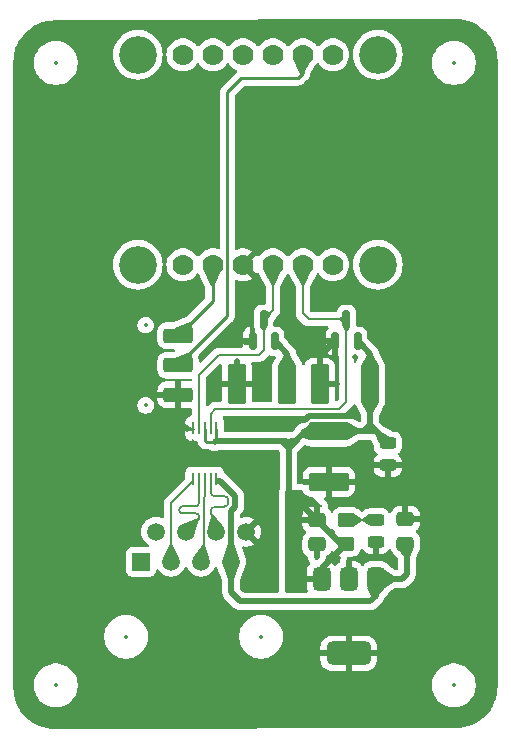
<source format=gtl>
%TF.GenerationSoftware,KiCad,Pcbnew,8.0.1-rc1*%
%TF.CreationDate,2024-12-17T18:19:34-05:00*%
%TF.ProjectId,BNO_BREAKOUT,424e4f5f-4252-4454-914b-4f55542e6b69,rev?*%
%TF.SameCoordinates,Original*%
%TF.FileFunction,Copper,L1,Top*%
%TF.FilePolarity,Positive*%
%FSLAX46Y46*%
G04 Gerber Fmt 4.6, Leading zero omitted, Abs format (unit mm)*
G04 Created by KiCad (PCBNEW 8.0.1-rc1) date 2024-12-17 18:19:34*
%MOMM*%
%LPD*%
G01*
G04 APERTURE LIST*
G04 Aperture macros list*
%AMRoundRect*
0 Rectangle with rounded corners*
0 $1 Rounding radius*
0 $2 $3 $4 $5 $6 $7 $8 $9 X,Y pos of 4 corners*
0 Add a 4 corners polygon primitive as box body*
4,1,4,$2,$3,$4,$5,$6,$7,$8,$9,$2,$3,0*
0 Add four circle primitives for the rounded corners*
1,1,$1+$1,$2,$3*
1,1,$1+$1,$4,$5*
1,1,$1+$1,$6,$7*
1,1,$1+$1,$8,$9*
0 Add four rect primitives between the rounded corners*
20,1,$1+$1,$2,$3,$4,$5,0*
20,1,$1+$1,$4,$5,$6,$7,0*
20,1,$1+$1,$6,$7,$8,$9,0*
20,1,$1+$1,$8,$9,$2,$3,0*%
G04 Aperture macros list end*
%TA.AperFunction,SMDPad,CuDef*%
%ADD10RoundRect,0.250000X0.537500X1.450000X-0.537500X1.450000X-0.537500X-1.450000X0.537500X-1.450000X0*%
%TD*%
%TA.AperFunction,SMDPad,CuDef*%
%ADD11RoundRect,0.243750X0.456250X-0.243750X0.456250X0.243750X-0.456250X0.243750X-0.456250X-0.243750X0*%
%TD*%
%TA.AperFunction,SMDPad,CuDef*%
%ADD12RoundRect,0.250000X-0.475000X0.337500X-0.475000X-0.337500X0.475000X-0.337500X0.475000X0.337500X0*%
%TD*%
%TA.AperFunction,SMDPad,CuDef*%
%ADD13RoundRect,0.250000X0.475000X-0.337500X0.475000X0.337500X-0.475000X0.337500X-0.475000X-0.337500X0*%
%TD*%
%TA.AperFunction,SMDPad,CuDef*%
%ADD14RoundRect,0.250000X-1.000000X0.375000X-1.000000X-0.375000X1.000000X-0.375000X1.000000X0.375000X0*%
%TD*%
%TA.AperFunction,ComponentPad*%
%ADD15R,1.500000X1.500000*%
%TD*%
%TA.AperFunction,ComponentPad*%
%ADD16C,1.500000*%
%TD*%
%TA.AperFunction,SMDPad,CuDef*%
%ADD17RoundRect,0.150000X0.150000X-0.587500X0.150000X0.587500X-0.150000X0.587500X-0.150000X-0.587500X0*%
%TD*%
%TA.AperFunction,SMDPad,CuDef*%
%ADD18R,0.250000X1.100000*%
%TD*%
%TA.AperFunction,SMDPad,CuDef*%
%ADD19RoundRect,0.250000X0.450000X-0.350000X0.450000X0.350000X-0.450000X0.350000X-0.450000X-0.350000X0*%
%TD*%
%TA.AperFunction,SMDPad,CuDef*%
%ADD20RoundRect,0.375000X-0.375000X0.625000X-0.375000X-0.625000X0.375000X-0.625000X0.375000X0.625000X0*%
%TD*%
%TA.AperFunction,SMDPad,CuDef*%
%ADD21RoundRect,0.500000X-1.400000X0.500000X-1.400000X-0.500000X1.400000X-0.500000X1.400000X0.500000X0*%
%TD*%
%TA.AperFunction,SMDPad,CuDef*%
%ADD22RoundRect,0.250000X-1.450000X0.537500X-1.450000X-0.537500X1.450000X-0.537500X1.450000X0.537500X0*%
%TD*%
%TA.AperFunction,ComponentPad*%
%ADD23C,1.778000*%
%TD*%
%TA.AperFunction,ComponentPad*%
%ADD24C,3.200000*%
%TD*%
%TA.AperFunction,ViaPad*%
%ADD25C,0.600000*%
%TD*%
%TA.AperFunction,ViaPad*%
%ADD26C,0.500000*%
%TD*%
%TA.AperFunction,Conductor*%
%ADD27C,0.500000*%
%TD*%
%TA.AperFunction,Conductor*%
%ADD28C,0.250000*%
%TD*%
%TA.AperFunction,Conductor*%
%ADD29C,0.200000*%
%TD*%
%ADD30C,0.300000*%
%ADD31C,0.350000*%
G04 APERTURE END LIST*
D10*
%TO.P,C2,1*%
%TO.N,/3V3*%
X148500000Y-99000000D03*
%TO.P,C2,2*%
%TO.N,GND*%
X144225000Y-99000000D03*
%TD*%
D11*
%TO.P,D4,1,A1*%
%TO.N,GND*%
X150000000Y-105875000D03*
%TO.P,D4,2,A2*%
%TO.N,/3V3*%
X150000000Y-104000000D03*
%TD*%
D12*
%TO.P,C5,1*%
%TO.N,GND*%
X151500000Y-110425000D03*
%TO.P,C5,2*%
%TO.N,/5V*%
X151500000Y-112500000D03*
%TD*%
D13*
%TO.P,C6,1*%
%TO.N,GND*%
X144000000Y-112575000D03*
%TO.P,C6,2*%
%TO.N,/3V3*%
X144000000Y-110500000D03*
%TD*%
D14*
%TO.P,ADRESS,1,A*%
%TO.N,Net-(SW1-A)*%
X132250000Y-94900000D03*
%TO.P,ADRESS,2,B*%
%TO.N,Net-(SW1-B)*%
X132250000Y-97400000D03*
%TO.P,ADRESS,3,C*%
%TO.N,GND*%
X132250000Y-99900000D03*
%TD*%
D15*
%TO.P,Ethernet,1*%
%TO.N,/CAN+*%
X129110000Y-114040000D03*
D16*
%TO.P,Ethernet,2*%
%TO.N,/CAN-*%
X130380000Y-111500000D03*
%TO.P,Ethernet,3*%
%TO.N,/SCL+*%
X131650000Y-114040000D03*
%TO.P,Ethernet,4*%
%TO.N,/SCL-*%
X132920000Y-111500000D03*
%TO.P,Ethernet,5*%
%TO.N,/SDA+*%
X134190000Y-114040000D03*
%TO.P,Ethernet,6*%
%TO.N,/SDA-*%
X135460000Y-111500000D03*
%TO.P,Ethernet,7*%
%TO.N,/5V*%
X136730000Y-114040000D03*
%TO.P,Ethernet,8*%
%TO.N,GND*%
X138000000Y-111500000D03*
%TD*%
D17*
%TO.P,D3,1,K*%
%TO.N,GND*%
X145550000Y-95375000D03*
%TO.P,D3,2,A*%
%TO.N,/3V3*%
X147450000Y-95375000D03*
%TO.P,D3,3,K*%
%TO.N,/SDA*%
X146500000Y-93500000D03*
%TD*%
D10*
%TO.P,C3,1*%
%TO.N,/3V3*%
X141500000Y-99000000D03*
%TO.P,C3,2*%
%TO.N,GND*%
X137225000Y-99000000D03*
%TD*%
D18*
%TO.P,U2,1,VDD(A)*%
%TO.N,/3V3*%
X135500000Y-102750000D03*
%TO.P,U2,2,SDA*%
%TO.N,/SDA*%
X135000000Y-102750000D03*
%TO.P,U2,3,EN*%
%TO.N,/3V3*%
X134500000Y-102750000D03*
%TO.P,U2,4,SCL*%
%TO.N,/SCL*%
X134000000Y-102750000D03*
%TO.P,U2,5,VSS*%
%TO.N,GND*%
X133500000Y-102750000D03*
%TO.P,U2,6,DSCLM*%
%TO.N,/SCL+*%
X133500000Y-107050000D03*
%TO.P,U2,7,DSCLP*%
%TO.N,/SCL-*%
X134000000Y-107050000D03*
%TO.P,U2,8,DSDAP*%
%TO.N,/SDA+*%
X134500000Y-107050000D03*
%TO.P,U2,9,DSDAM*%
%TO.N,/SDA-*%
X135000000Y-107050000D03*
%TO.P,U2,10,VDD(B)*%
%TO.N,/5V*%
X135500000Y-107050000D03*
%TD*%
D19*
%TO.P,R1,1*%
%TO.N,/3V3*%
X146500000Y-112500000D03*
%TO.P,R1,2*%
%TO.N,Net-(D5-A)*%
X146500000Y-110500000D03*
%TD*%
D11*
%TO.P,D5,1,K*%
%TO.N,GND*%
X149000000Y-112375000D03*
%TO.P,D5,2,A*%
%TO.N,Net-(D5-A)*%
X149000000Y-110500000D03*
%TD*%
D17*
%TO.P,D1,1,K*%
%TO.N,GND*%
X138550000Y-95375000D03*
%TO.P,D1,2,A*%
%TO.N,/3V3*%
X140450000Y-95375000D03*
%TO.P,D1,3,K*%
%TO.N,/SCL*%
X139500000Y-93500000D03*
%TD*%
D20*
%TO.P,U3,1,VI*%
%TO.N,/5V*%
X149000000Y-115500000D03*
%TO.P,U3,2,GND*%
%TO.N,GND*%
X146700000Y-115500000D03*
D21*
X146700000Y-121800000D03*
D20*
%TO.P,U3,3,VO*%
%TO.N,/3V3*%
X144400000Y-115500000D03*
%TD*%
D22*
%TO.P,C1,1*%
%TO.N,/3V3*%
X145000000Y-103000000D03*
%TO.P,C1,2*%
%TO.N,GND*%
X145000000Y-107275000D03*
%TD*%
D23*
%TO.P,BNO,JP1_1,VIN*%
%TO.N,/3V3*%
X132650000Y-88890000D03*
%TO.P,BNO,JP1_2,3VO*%
%TO.N,Net-(SW1-A)*%
X135190000Y-88890000D03*
%TO.P,BNO,JP1_3,GND*%
%TO.N,GND*%
X137730000Y-88890000D03*
%TO.P,BNO,JP1_4,SCL*%
%TO.N,/SCL*%
X140270000Y-88890000D03*
%TO.P,BNO,JP1_5,SDA*%
%TO.N,/SDA*%
X142810000Y-88890000D03*
%TO.P,BNO,JP1_6,~{INT}*%
%TO.N,unconnected-(U1-~{INT}-PadJP1_6)*%
X145350000Y-88890000D03*
%TO.P,BNO,JP2_1,BT*%
%TO.N,unconnected-(U1-BT-PadJP2_1)*%
X132650000Y-71110000D03*
%TO.P,BNO,JP2_2,P0*%
%TO.N,unconnected-(U1-P0-PadJP2_2)*%
X135190000Y-71110000D03*
%TO.P,BNO,JP2_3,P1*%
%TO.N,unconnected-(U1-P1-PadJP2_3)*%
X137730000Y-71110000D03*
%TO.P,BNO,JP2_4,~{RST}*%
%TO.N,unconnected-(U1-~{RST}-PadJP2_4)*%
X140270000Y-71110000D03*
%TO.P,BNO,JP2_5,DI*%
%TO.N,Net-(SW1-B)*%
X142810000Y-71110000D03*
%TO.P,BNO,JP2_6,CS*%
%TO.N,unconnected-(U1-CS-PadJP2_6)*%
X145350000Y-71110000D03*
D24*
%TO.P,BNO,P1*%
%TO.N,N/C*%
X128840000Y-71110000D03*
%TO.P,BNO,P2*%
X149160000Y-71110000D03*
%TO.P,BNO,P3*%
X128840000Y-88890000D03*
%TO.P,BNO,P4*%
X149160000Y-88890000D03*
%TD*%
D25*
%TO.N,GND*%
X132737857Y-120920000D03*
X155597857Y-95520000D03*
X122577857Y-77740000D03*
D26*
X144000000Y-113600000D03*
D25*
X125117857Y-126000000D03*
X137817857Y-105680000D03*
X127657857Y-82820000D03*
X137817857Y-85360000D03*
X153057857Y-90440000D03*
X158137857Y-110760000D03*
X155597857Y-77740000D03*
X150517857Y-98060000D03*
X130197857Y-126000000D03*
X147977857Y-92980000D03*
X145437857Y-75200000D03*
X135277857Y-75200000D03*
X125117857Y-115840000D03*
X142897857Y-123460000D03*
X120037857Y-80280000D03*
X132737857Y-123460000D03*
X158137857Y-120920000D03*
X120037857Y-115840000D03*
X150517857Y-126000000D03*
X122577857Y-98060000D03*
X125117857Y-95520000D03*
X158137857Y-75200000D03*
X155597857Y-85360000D03*
X125117857Y-80280000D03*
X132737857Y-118380000D03*
X153057857Y-75200000D03*
X150517857Y-95520000D03*
X142897857Y-120920000D03*
D26*
X147200000Y-96700000D03*
D25*
X155597857Y-103140000D03*
X127657857Y-100600000D03*
X153057857Y-70120000D03*
X158137857Y-82820000D03*
X122577857Y-95520000D03*
X145437857Y-126000000D03*
X120037857Y-108220000D03*
X120037857Y-90440000D03*
X142897857Y-77740000D03*
X137817857Y-123460000D03*
X130197857Y-103140000D03*
X158137857Y-118380000D03*
X120037857Y-103140000D03*
X125117857Y-70120000D03*
X125117857Y-123460000D03*
X130197857Y-98060000D03*
X137817857Y-92980000D03*
X153057857Y-87900000D03*
X142897857Y-75200000D03*
X140357857Y-85360000D03*
X122577857Y-80280000D03*
D26*
X150000000Y-106800000D03*
D25*
X125117857Y-110760000D03*
X125117857Y-87900000D03*
D26*
X144200000Y-96700000D03*
D25*
X135277857Y-115840000D03*
D26*
X137400000Y-102500000D03*
D25*
X120037857Y-77740000D03*
X147977857Y-75200000D03*
X127657857Y-98060000D03*
X158137857Y-85360000D03*
X142897857Y-85360000D03*
X150517857Y-100600000D03*
X150517857Y-80280000D03*
X155597857Y-80280000D03*
X153057857Y-118380000D03*
X122577857Y-85360000D03*
X153057857Y-82820000D03*
X132737857Y-85360000D03*
X120037857Y-98060000D03*
X158137857Y-70120000D03*
D26*
X147300000Y-101700000D03*
D25*
X150517857Y-75200000D03*
X127657857Y-108220000D03*
X158137857Y-103140000D03*
X145437857Y-77740000D03*
X125117857Y-72660000D03*
X150517857Y-123460000D03*
X125117857Y-105680000D03*
X130197857Y-108220000D03*
X158137857Y-90440000D03*
X122577857Y-92980000D03*
X155597857Y-92980000D03*
X127657857Y-126000000D03*
X140357857Y-126000000D03*
X140357857Y-113300000D03*
X127657857Y-105680000D03*
X142897857Y-126000000D03*
X120037857Y-87900000D03*
X158137857Y-108220000D03*
X153057857Y-120920000D03*
X158137857Y-98060000D03*
X147977857Y-105680000D03*
X120037857Y-82820000D03*
X125117857Y-108220000D03*
X155597857Y-113300000D03*
X150517857Y-85360000D03*
X137817857Y-75200000D03*
X158137857Y-87900000D03*
X155597857Y-75200000D03*
X120037857Y-120920000D03*
X158137857Y-77740000D03*
X153057857Y-95520000D03*
X158137857Y-126000000D03*
X120037857Y-110760000D03*
X122577857Y-100600000D03*
X153057857Y-80280000D03*
X125117857Y-75200000D03*
X135277857Y-123460000D03*
X132737857Y-82820000D03*
X158137857Y-113300000D03*
X132737857Y-80280000D03*
X125117857Y-118380000D03*
X155597857Y-82820000D03*
X153057857Y-72660000D03*
X120037857Y-113300000D03*
D26*
X146700000Y-114100000D03*
D25*
X153057857Y-123460000D03*
D26*
X146700000Y-120400000D03*
D25*
X122577857Y-118380000D03*
D26*
X145000000Y-108500000D03*
D25*
X158137857Y-95520000D03*
X122577857Y-120920000D03*
X132737857Y-115840000D03*
X137817857Y-80280000D03*
X140357857Y-110760000D03*
X150517857Y-118380000D03*
X127657857Y-77740000D03*
X135277857Y-80280000D03*
X125117857Y-77740000D03*
X137817857Y-77740000D03*
X153057857Y-108220000D03*
X150517857Y-120920000D03*
X147977857Y-108220000D03*
X155597857Y-115840000D03*
X150517857Y-82820000D03*
X158137857Y-123460000D03*
X158137857Y-72660000D03*
X127657857Y-80280000D03*
X135277857Y-126000000D03*
X122577857Y-103140000D03*
X153057857Y-113300000D03*
X127657857Y-85360000D03*
X122577857Y-110760000D03*
X155597857Y-90440000D03*
D26*
X151500000Y-109400000D03*
D25*
X122577857Y-90440000D03*
X130197857Y-118380000D03*
X137817857Y-82820000D03*
X120037857Y-118380000D03*
X158137857Y-80280000D03*
X122577857Y-87900000D03*
X147977857Y-82820000D03*
X145437857Y-85360000D03*
X125117857Y-92980000D03*
X140357857Y-108220000D03*
X120037857Y-85360000D03*
X153057857Y-100600000D03*
X132737857Y-126000000D03*
X140357857Y-80280000D03*
D26*
X132300000Y-102600000D03*
D25*
X155597857Y-87900000D03*
D26*
X149000000Y-113300000D03*
D25*
X150517857Y-77740000D03*
D26*
X137200000Y-97050000D03*
D25*
X122577857Y-105680000D03*
D26*
X139800000Y-102500000D03*
D25*
X142897857Y-82820000D03*
X135277857Y-85360000D03*
X153057857Y-92980000D03*
X145437857Y-105680000D03*
X135277857Y-118380000D03*
X127657857Y-95520000D03*
D26*
X141600000Y-90600000D03*
D25*
X140357857Y-123460000D03*
X155597857Y-108220000D03*
X125117857Y-100600000D03*
X150517857Y-92980000D03*
X155597857Y-120920000D03*
X127657857Y-123460000D03*
X147977857Y-77740000D03*
D26*
X137900000Y-95400000D03*
D25*
X125117857Y-82820000D03*
X122577857Y-82820000D03*
X135277857Y-77740000D03*
X125117857Y-98060000D03*
X120037857Y-100600000D03*
X153057857Y-105680000D03*
X120037857Y-75200000D03*
X130197857Y-95520000D03*
X158137857Y-100600000D03*
X145437857Y-80280000D03*
X153057857Y-77740000D03*
X122577857Y-108220000D03*
X130197857Y-85360000D03*
X132737857Y-105680000D03*
X137817857Y-126000000D03*
X130197857Y-80280000D03*
X135277857Y-82820000D03*
X158137857Y-105680000D03*
X142897857Y-80280000D03*
X153057857Y-98060000D03*
X127657857Y-115840000D03*
X153057857Y-103140000D03*
X127657857Y-75200000D03*
X145437857Y-82820000D03*
X127657857Y-103140000D03*
X153057857Y-126000000D03*
X122577857Y-115840000D03*
X125117857Y-103140000D03*
X147977857Y-85360000D03*
X147977857Y-126000000D03*
X155597857Y-98060000D03*
X153057857Y-115840000D03*
X158137857Y-92980000D03*
X120037857Y-105680000D03*
X140357857Y-77740000D03*
X155597857Y-110760000D03*
X120037857Y-95520000D03*
X147977857Y-80280000D03*
X153057857Y-85360000D03*
X130197857Y-75200000D03*
X125117857Y-113300000D03*
X130197857Y-105680000D03*
X130197857Y-123460000D03*
X140357857Y-105680000D03*
X155597857Y-118380000D03*
X122577857Y-75200000D03*
X125117857Y-85360000D03*
X155597857Y-100600000D03*
X135277857Y-120920000D03*
X127657857Y-92980000D03*
X140357857Y-115840000D03*
X132737857Y-75200000D03*
X135277857Y-105680000D03*
X155597857Y-105680000D03*
X140357857Y-75200000D03*
X125117857Y-90440000D03*
X122577857Y-113300000D03*
X153057857Y-110760000D03*
X125117857Y-120920000D03*
X158137857Y-115840000D03*
X130197857Y-82820000D03*
X130197857Y-77740000D03*
X120037857Y-92980000D03*
D26*
X145700000Y-99000000D03*
D25*
X132737857Y-77740000D03*
X140357857Y-82820000D03*
X130197857Y-115840000D03*
X127657857Y-110760000D03*
D26*
%TO.N,/3V3*%
X142517857Y-113501751D03*
X142517857Y-115501751D03*
X142517857Y-112501751D03*
X141500000Y-96425000D03*
X141600000Y-104000000D03*
X142517857Y-111501751D03*
X142500000Y-109400000D03*
X142517857Y-114501751D03*
X142500000Y-110500000D03*
%TD*%
D27*
%TO.N,GND*%
X151500000Y-110425000D02*
X151500000Y-109400000D01*
X146700000Y-115500000D02*
X146700000Y-114100000D01*
X143015622Y-102000000D02*
X140300000Y-102000000D01*
X144225000Y-99000000D02*
X144225000Y-96700000D01*
X144225000Y-96700000D02*
X144200000Y-96700000D01*
D28*
X133003450Y-102796550D02*
X133000000Y-102800000D01*
D27*
X144200000Y-96725000D02*
X145550000Y-95375000D01*
X147300000Y-101700000D02*
X143315622Y-101700000D01*
X137900000Y-95400000D02*
X138525000Y-95400000D01*
X146700000Y-121800000D02*
X146700000Y-120400000D01*
X138525000Y-95400000D02*
X138550000Y-95375000D01*
X145000000Y-107275000D02*
X145000000Y-108500000D01*
X150000000Y-105875000D02*
X150000000Y-106800000D01*
X137225000Y-99000000D02*
X137225000Y-97075000D01*
X140300000Y-102000000D02*
X139800000Y-102500000D01*
X137225000Y-97075000D02*
X137200000Y-97050000D01*
X149000000Y-112375000D02*
X149000000Y-113300000D01*
X144000000Y-112575000D02*
X144000000Y-113600000D01*
X132250000Y-102550000D02*
X132300000Y-102600000D01*
X132800000Y-102600000D02*
X132300000Y-102600000D01*
D28*
X133499999Y-102796550D02*
X133003450Y-102796550D01*
D27*
X143315622Y-101700000D02*
X143015622Y-102000000D01*
X132250000Y-99900000D02*
X132250000Y-102550000D01*
X133000000Y-102800000D02*
X132800000Y-102600000D01*
X144200000Y-96700000D02*
X144200000Y-96725000D01*
X144225000Y-96700000D02*
X144225000Y-96700000D01*
%TO.N,/3V3*%
X142900000Y-109400000D02*
X142500000Y-109400000D01*
X144400000Y-115500000D02*
X144400000Y-114600000D01*
X144000000Y-110500000D02*
X143050000Y-109550000D01*
X143050000Y-109550000D02*
X142900000Y-109400000D01*
X141500000Y-96425000D02*
X140450000Y-95375000D01*
X142200000Y-103800000D02*
X143000000Y-103000000D01*
X143000000Y-103000000D02*
X145000000Y-103000000D01*
D28*
X134500000Y-103753001D02*
X134500000Y-102796550D01*
D27*
X148000000Y-103000000D02*
X148500000Y-102500000D01*
X141600000Y-104000000D02*
X141773501Y-103826499D01*
X146500000Y-112500000D02*
X146000000Y-112500000D01*
X142500000Y-109000000D02*
X141600000Y-108100000D01*
X145000000Y-103000000D02*
X147900000Y-103000000D01*
D28*
X134646999Y-103900000D02*
X134500000Y-103753001D01*
D27*
X148500000Y-96425000D02*
X147450000Y-95375000D01*
D28*
X135500001Y-102796550D02*
X135500000Y-103752999D01*
D27*
X141426499Y-103826499D02*
X141600000Y-104000000D01*
X142173501Y-103826499D02*
X142200000Y-103800000D01*
X141600000Y-104400000D02*
X142200000Y-103800000D01*
X142900000Y-109400000D02*
X142500000Y-109000000D01*
D28*
X135352999Y-103900000D02*
X134646999Y-103900000D01*
D27*
X147900000Y-103000000D02*
X148000000Y-103000000D01*
X141600000Y-108100000D02*
X141600000Y-104400000D01*
X149000000Y-103000000D02*
X150000000Y-104000000D01*
X135426499Y-103826499D02*
X141026499Y-103826499D01*
X142500000Y-109400000D02*
X142500000Y-109000000D01*
X135352999Y-103900000D02*
X135426499Y-103826499D01*
X141026499Y-103826499D02*
X141600000Y-104400000D01*
X141026499Y-103826499D02*
X141426499Y-103826499D01*
X141773501Y-103826499D02*
X142173501Y-103826499D01*
X144400000Y-114600000D02*
X146500000Y-112500000D01*
X148500000Y-99000000D02*
X148500000Y-102500000D01*
D28*
X135500000Y-103752999D02*
X135352999Y-103900000D01*
D27*
X141500000Y-99000000D02*
X141500000Y-96425000D01*
X148500000Y-99000000D02*
X148500000Y-96425000D01*
X148500000Y-102500000D02*
X150000000Y-104000000D01*
X147900000Y-103000000D02*
X149000000Y-103000000D01*
X146000000Y-112500000D02*
X144000000Y-110500000D01*
%TO.N,/5V*%
X136730000Y-114040000D02*
X136730000Y-116630000D01*
X136730000Y-116630000D02*
X137500000Y-117400000D01*
X136730000Y-109719394D02*
X137072670Y-109376724D01*
X148500000Y-117400000D02*
X149000000Y-116900000D01*
X135823577Y-107203450D02*
X135602399Y-107203450D01*
X149000000Y-115500000D02*
X151200000Y-115500000D01*
X151600000Y-115100000D02*
X151600000Y-112600000D01*
X137500000Y-117400000D02*
X148500000Y-117400000D01*
X149000000Y-116900000D02*
X149000000Y-115500000D01*
X136730000Y-114040000D02*
X136730000Y-109719394D01*
X137072670Y-108452543D02*
X135823577Y-107203450D01*
X151600000Y-112600000D02*
X151500000Y-112500000D01*
X137072670Y-109376724D02*
X137072670Y-108452543D01*
X151200000Y-115500000D02*
X151600000Y-115100000D01*
D28*
%TO.N,Net-(SW1-B)*%
X136404000Y-93246000D02*
X136404000Y-74296000D01*
X137600000Y-73100000D02*
X142400000Y-73100000D01*
X142810000Y-72690000D02*
X142810000Y-71110000D01*
X136404000Y-74296000D02*
X137600000Y-73100000D01*
X132250000Y-97400000D02*
X136404000Y-93246000D01*
X142400000Y-73100000D02*
X142810000Y-72690000D01*
%TO.N,Net-(SW1-A)*%
X135190000Y-91960000D02*
X135190000Y-88890000D01*
X132250000Y-94900000D02*
X135190000Y-91960000D01*
D29*
%TO.N,/SCL*%
X139127756Y-96500000D02*
X139500000Y-96127756D01*
X140300000Y-92700000D02*
X140300000Y-88920000D01*
X134000001Y-102796550D02*
X134000001Y-98199999D01*
X135700000Y-96500000D02*
X139127756Y-96500000D01*
X139500000Y-96127756D02*
X139500000Y-93500000D01*
X139500000Y-93500000D02*
X140300000Y-92700000D01*
X140300000Y-88920000D02*
X140270000Y-88890000D01*
X134000001Y-98199999D02*
X135700000Y-96500000D01*
%TO.N,/SDA*%
X146500000Y-100500000D02*
X145900000Y-101100000D01*
X146500000Y-93500000D02*
X146500000Y-100500000D01*
X143300000Y-93500000D02*
X142810000Y-93010000D01*
X142810000Y-93010000D02*
X142810000Y-88890000D01*
X146500000Y-93500000D02*
X143300000Y-93500000D01*
X145900000Y-101100000D02*
X135400000Y-101100000D01*
X135400000Y-101100000D02*
X135000000Y-101500000D01*
X135000000Y-101500000D02*
X134999999Y-102796550D01*
%TO.N,Net-(D5-A)*%
X149000000Y-110500000D02*
X146500000Y-110500000D01*
%TO.N,/SCL+*%
X131650000Y-109053449D02*
X133499999Y-107203450D01*
X131650000Y-114040000D02*
X131650000Y-109053449D01*
%TO.N,/SDA-*%
X134999999Y-107203450D02*
X134999999Y-108133450D01*
X136512655Y-108837450D02*
X136512655Y-109013450D01*
X134999999Y-109717450D02*
X134999999Y-109893450D01*
X134999999Y-109893450D02*
X134999999Y-110000000D01*
X135351999Y-108485450D02*
X136160655Y-108485450D01*
X135460000Y-110460001D02*
X135460000Y-111500000D01*
X136160655Y-109365450D02*
X135351999Y-109365450D01*
X134999999Y-110000000D02*
X135460000Y-110460001D01*
X134999999Y-108133450D02*
G75*
G03*
X135351999Y-108485501I352001J-50D01*
G01*
X135351999Y-109365450D02*
G75*
G03*
X135000050Y-109717450I1J-351950D01*
G01*
X136512655Y-109013450D02*
G75*
G02*
X136160655Y-109365455I-351955J-50D01*
G01*
X136160655Y-108485450D02*
G75*
G02*
X136512650Y-108837450I45J-351950D01*
G01*
%TO.N,/SCL-*%
X132364452Y-109697864D02*
X132364452Y-109577864D01*
X134000001Y-107601978D02*
X134000001Y-107203450D01*
X133760001Y-109937864D02*
X132604452Y-109937864D01*
X134000001Y-110419999D02*
X134000001Y-110177864D01*
X132920000Y-111500000D02*
X134000001Y-110419999D01*
X134000001Y-109097864D02*
X134000001Y-108977864D01*
X132604452Y-109337864D02*
X133760001Y-109337864D01*
X134000001Y-108977864D02*
X134000001Y-107601978D01*
X134000001Y-110177864D02*
G75*
G03*
X133760001Y-109937899I-240001J-36D01*
G01*
X132364452Y-109577864D02*
G75*
G02*
X132604452Y-109337852I240048J-36D01*
G01*
X133760001Y-109337864D02*
G75*
G03*
X133999964Y-109097864I-1J239964D01*
G01*
X132604452Y-109937864D02*
G75*
G02*
X132364536Y-109697864I48J239964D01*
G01*
%TO.N,/SDA+*%
X134400001Y-108599999D02*
X134500000Y-108500000D01*
X134190000Y-114040000D02*
X134400001Y-113829999D01*
X134500000Y-108500000D02*
X134500000Y-107203450D01*
X134400001Y-113829999D02*
X134400001Y-108599999D01*
%TD*%
%TA.AperFunction,Conductor*%
%TO.N,/3V3*%
G36*
X146551031Y-102234480D02*
G01*
X147481442Y-102746665D01*
X147487037Y-102753657D01*
X147487500Y-102756915D01*
X147487500Y-103243084D01*
X147484073Y-103251357D01*
X147481442Y-103253334D01*
X146551034Y-103765517D01*
X146542134Y-103766504D01*
X146540186Y-103765745D01*
X145020087Y-103010477D01*
X145014204Y-103003728D01*
X145014816Y-102994794D01*
X145020087Y-102989522D01*
X146540188Y-102234253D01*
X146549120Y-102233642D01*
X146551031Y-102234480D01*
G37*
%TD.AperFunction*%
%TD*%
%TA.AperFunction,Conductor*%
%TO.N,Net-(SW1-B)*%
G36*
X133234154Y-96250271D02*
G01*
X133402634Y-96418751D01*
X133405920Y-96425211D01*
X133498418Y-97014918D01*
X133496314Y-97023622D01*
X133490225Y-97027936D01*
X132259435Y-97397660D01*
X132250526Y-97396759D01*
X132245254Y-97390918D01*
X132209727Y-97304817D01*
X131995518Y-96785668D01*
X131995530Y-96776715D01*
X132001722Y-96770454D01*
X133221273Y-96247789D01*
X133230226Y-96247681D01*
X133234154Y-96250271D01*
G37*
%TD.AperFunction*%
%TD*%
%TA.AperFunction,Conductor*%
%TO.N,/3V3*%
G36*
X148751358Y-96515927D02*
G01*
X148753335Y-96518558D01*
X149265517Y-97448965D01*
X149266504Y-97457865D01*
X149265745Y-97459813D01*
X148510478Y-98979911D01*
X148503728Y-98985795D01*
X148494794Y-98985183D01*
X148489522Y-98979911D01*
X148357561Y-98714319D01*
X147734253Y-97459811D01*
X147733642Y-97450879D01*
X147734478Y-97448972D01*
X148246665Y-96518557D01*
X148253657Y-96512963D01*
X148256915Y-96512500D01*
X148743085Y-96512500D01*
X148751358Y-96515927D01*
G37*
%TD.AperFunction*%
%TD*%
%TA.AperFunction,Conductor*%
%TO.N,/SDA*%
G36*
X143619725Y-89225385D02*
G01*
X143626050Y-89231724D01*
X143626041Y-89240679D01*
X143625694Y-89241437D01*
X142913237Y-90661547D01*
X142906464Y-90667405D01*
X142902779Y-90668000D01*
X142717221Y-90668000D01*
X142708948Y-90664573D01*
X142706763Y-90661547D01*
X141994305Y-89241437D01*
X141993658Y-89232505D01*
X141999516Y-89225732D01*
X142000256Y-89225393D01*
X142805513Y-88890863D01*
X142814465Y-88890855D01*
X143619725Y-89225385D01*
G37*
%TD.AperFunction*%
%TD*%
%TA.AperFunction,Conductor*%
%TO.N,/5V*%
G36*
X136980090Y-112543427D02*
G01*
X136982807Y-112547687D01*
X137419069Y-113742467D01*
X137418688Y-113751414D01*
X137412570Y-113757284D01*
X136734491Y-114039133D01*
X136725536Y-114039144D01*
X136725509Y-114039133D01*
X136047429Y-113757284D01*
X136041105Y-113750944D01*
X136040930Y-113742470D01*
X136477193Y-112547686D01*
X136483249Y-112541091D01*
X136488183Y-112540000D01*
X136971817Y-112540000D01*
X136980090Y-112543427D01*
G37*
%TD.AperFunction*%
%TD*%
%TA.AperFunction,Conductor*%
%TO.N,/3V3*%
G36*
X149357594Y-103000947D02*
G01*
X150193354Y-103507305D01*
X150198654Y-103514522D01*
X150198108Y-103521769D01*
X150003743Y-103993338D01*
X149997422Y-103999682D01*
X149992738Y-104000578D01*
X149307264Y-103989545D01*
X149299047Y-103985986D01*
X149296883Y-103982866D01*
X148999733Y-103357201D01*
X148999281Y-103348260D01*
X149002028Y-103343913D01*
X149343260Y-103002681D01*
X149351532Y-102999255D01*
X149357594Y-103000947D01*
G37*
%TD.AperFunction*%
%TD*%
%TA.AperFunction,Conductor*%
%TO.N,/SCL+*%
G36*
X131750970Y-112543427D02*
G01*
X131753208Y-112546562D01*
X132337449Y-113741816D01*
X132338004Y-113750754D01*
X132332076Y-113757465D01*
X132331429Y-113757758D01*
X131654491Y-114039133D01*
X131645536Y-114039144D01*
X131645509Y-114039133D01*
X130968570Y-113757758D01*
X130962246Y-113751418D01*
X130962257Y-113742463D01*
X130962550Y-113741816D01*
X131546792Y-112546562D01*
X131553503Y-112540634D01*
X131557303Y-112540000D01*
X131742697Y-112540000D01*
X131750970Y-112543427D01*
G37*
%TD.AperFunction*%
%TD*%
%TA.AperFunction,Conductor*%
%TO.N,/3V3*%
G36*
X148505206Y-99014816D02*
G01*
X148510478Y-99020088D01*
X149265745Y-100540186D01*
X149266357Y-100549120D01*
X149265517Y-100551034D01*
X148753335Y-101481442D01*
X148746343Y-101487037D01*
X148743085Y-101487500D01*
X148256915Y-101487500D01*
X148248642Y-101484073D01*
X148246665Y-101481442D01*
X147734482Y-100551034D01*
X147733495Y-100542134D01*
X147734249Y-100540197D01*
X148489522Y-99020087D01*
X148496272Y-99014204D01*
X148505206Y-99014816D01*
G37*
%TD.AperFunction*%
%TD*%
%TA.AperFunction,Conductor*%
%TO.N,/3V3*%
G36*
X149357594Y-103000947D02*
G01*
X150193354Y-103507305D01*
X150198654Y-103514522D01*
X150198108Y-103521769D01*
X150003743Y-103993338D01*
X149997422Y-103999682D01*
X149992738Y-104000578D01*
X149307264Y-103989545D01*
X149299047Y-103985986D01*
X149296883Y-103982866D01*
X148999733Y-103357201D01*
X148999281Y-103348260D01*
X149002028Y-103343913D01*
X149343260Y-103002681D01*
X149351532Y-102999255D01*
X149357594Y-103000947D01*
G37*
%TD.AperFunction*%
%TD*%
%TA.AperFunction,Conductor*%
%TO.N,/5V*%
G36*
X149007321Y-115509341D02*
G01*
X149008942Y-115511225D01*
X149618524Y-116394484D01*
X149620403Y-116403240D01*
X149618246Y-116408162D01*
X148937387Y-117313496D01*
X148929675Y-117318049D01*
X148921004Y-117315815D01*
X148919763Y-117314737D01*
X148577349Y-116972323D01*
X148574847Y-116968610D01*
X148337651Y-116408162D01*
X148281512Y-116275518D01*
X148281445Y-116266566D01*
X148283755Y-116262956D01*
X148990783Y-115509862D01*
X148998944Y-115506177D01*
X149007321Y-115509341D01*
G37*
%TD.AperFunction*%
%TD*%
%TA.AperFunction,Conductor*%
%TO.N,Net-(SW1-A)*%
G36*
X133234154Y-93750271D02*
G01*
X133402634Y-93918751D01*
X133405920Y-93925211D01*
X133498418Y-94514918D01*
X133496314Y-94523622D01*
X133490225Y-94527936D01*
X132259435Y-94897660D01*
X132250526Y-94896759D01*
X132245254Y-94890918D01*
X132209727Y-94804817D01*
X131995518Y-94285668D01*
X131995530Y-94276715D01*
X132001722Y-94270454D01*
X133221273Y-93747789D01*
X133230226Y-93747681D01*
X133234154Y-93750271D01*
G37*
%TD.AperFunction*%
%TD*%
%TA.AperFunction,Conductor*%
%TO.N,/3V3*%
G36*
X142798998Y-108019685D02*
G01*
X142844753Y-108072489D01*
X142849665Y-108084995D01*
X142865186Y-108131834D01*
X142957288Y-108281156D01*
X143081344Y-108405212D01*
X143230666Y-108497314D01*
X143397203Y-108552499D01*
X143499991Y-108563000D01*
X143551571Y-108562999D01*
X143618608Y-108582682D01*
X143629587Y-108590618D01*
X144372622Y-109192123D01*
X144412342Y-109249602D01*
X144414681Y-109319433D01*
X144378895Y-109379442D01*
X144316346Y-109410578D01*
X144294601Y-109412500D01*
X144250000Y-109412500D01*
X144250000Y-110626000D01*
X144230315Y-110693039D01*
X144177511Y-110738794D01*
X144126000Y-110750000D01*
X142775001Y-110750000D01*
X142775001Y-110887486D01*
X142785494Y-110990197D01*
X142840641Y-111156619D01*
X142840643Y-111156624D01*
X142932684Y-111305845D01*
X143056655Y-111429816D01*
X143056659Y-111429819D01*
X143059656Y-111431668D01*
X143061279Y-111433472D01*
X143062323Y-111434298D01*
X143062181Y-111434476D01*
X143106381Y-111483616D01*
X143117602Y-111552579D01*
X143089759Y-111616661D01*
X143059661Y-111642741D01*
X143056349Y-111644783D01*
X143056343Y-111644788D01*
X142932289Y-111768842D01*
X142840187Y-111918163D01*
X142840185Y-111918168D01*
X142834082Y-111936586D01*
X142785001Y-112084703D01*
X142785001Y-112084704D01*
X142785000Y-112084704D01*
X142774500Y-112187483D01*
X142774500Y-112962501D01*
X142774501Y-112962519D01*
X142785000Y-113065296D01*
X142785001Y-113065299D01*
X142810455Y-113142113D01*
X142840186Y-113231834D01*
X142932288Y-113381156D01*
X143056344Y-113505212D01*
X143192281Y-113589058D01*
X143239004Y-113641005D01*
X143248800Y-113670404D01*
X143256738Y-113710310D01*
X143258341Y-113720616D01*
X143263687Y-113768059D01*
X143271330Y-113789902D01*
X143275904Y-113806659D01*
X143278342Y-113818913D01*
X143294678Y-113858353D01*
X143297235Y-113864525D01*
X143299708Y-113871003D01*
X143307525Y-113893341D01*
X143319543Y-113927687D01*
X143319546Y-113927694D01*
X143325295Y-113936844D01*
X143334851Y-113955340D01*
X143334912Y-113955488D01*
X143334916Y-113955495D01*
X143369169Y-114006760D01*
X143371060Y-114009677D01*
X143409522Y-114070889D01*
X143413860Y-114076328D01*
X143412891Y-114077100D01*
X143442957Y-114132162D01*
X143437973Y-114201854D01*
X143405860Y-114246345D01*
X143407391Y-114247875D01*
X143402630Y-114252635D01*
X143283392Y-114400974D01*
X143283390Y-114400977D01*
X143198831Y-114571476D01*
X143152897Y-114756175D01*
X143150000Y-114798903D01*
X143150000Y-115250000D01*
X144526000Y-115250000D01*
X144593039Y-115269685D01*
X144638794Y-115322489D01*
X144650000Y-115374000D01*
X144650000Y-115626000D01*
X144630315Y-115693039D01*
X144577511Y-115738794D01*
X144526000Y-115750000D01*
X143150000Y-115750000D01*
X143150000Y-116201096D01*
X143152897Y-116243824D01*
X143198831Y-116428523D01*
X143219603Y-116470406D01*
X143231755Y-116539211D01*
X143204778Y-116603662D01*
X143147239Y-116643298D01*
X143108515Y-116649500D01*
X141424000Y-116649500D01*
X141356961Y-116629815D01*
X141311206Y-116577011D01*
X141300000Y-116525500D01*
X141300000Y-110250000D01*
X142775000Y-110250000D01*
X143750000Y-110250000D01*
X143750000Y-109412500D01*
X143475029Y-109412500D01*
X143475012Y-109412501D01*
X143372302Y-109422994D01*
X143205880Y-109478141D01*
X143205875Y-109478143D01*
X143056654Y-109570184D01*
X142932684Y-109694154D01*
X142840643Y-109843375D01*
X142840641Y-109843380D01*
X142785494Y-110009802D01*
X142785493Y-110009809D01*
X142775000Y-110112513D01*
X142775000Y-110250000D01*
X141300000Y-110250000D01*
X141300000Y-108124000D01*
X141319685Y-108056961D01*
X141372489Y-108011206D01*
X141424000Y-108000000D01*
X142731959Y-108000000D01*
X142798998Y-108019685D01*
G37*
%TD.AperFunction*%
%TA.AperFunction,Conductor*%
G36*
X145334678Y-113154424D02*
G01*
X145384865Y-113200287D01*
X145457684Y-113318345D01*
X145581654Y-113442315D01*
X145730875Y-113534356D01*
X145730880Y-113534358D01*
X145897302Y-113589505D01*
X145897310Y-113589506D01*
X145921932Y-113592022D01*
X145986624Y-113618418D01*
X146026775Y-113675598D01*
X146029639Y-113745409D01*
X146021051Y-113769179D01*
X146019544Y-113772307D01*
X145999715Y-113828974D01*
X145997237Y-113835466D01*
X145978341Y-113881088D01*
X145978339Y-113881097D01*
X145975903Y-113893341D01*
X145971330Y-113910097D01*
X145963687Y-113931939D01*
X145963687Y-113931940D01*
X145958341Y-113979382D01*
X145956739Y-113989685D01*
X145948621Y-114030500D01*
X145916237Y-114092412D01*
X145882100Y-114117398D01*
X145850705Y-114132969D01*
X145850704Y-114132969D01*
X145702280Y-114252276D01*
X145702278Y-114252278D01*
X145688721Y-114269144D01*
X145646326Y-114321885D01*
X145588982Y-114361803D01*
X145519160Y-114364383D01*
X145459027Y-114328804D01*
X145453031Y-114321884D01*
X145397364Y-114252630D01*
X145249025Y-114133392D01*
X145249022Y-114133390D01*
X145078523Y-114048831D01*
X144893824Y-114002897D01*
X144851097Y-114000000D01*
X144832228Y-114000000D01*
X144765189Y-113980315D01*
X144719434Y-113927511D01*
X144709490Y-113858353D01*
X144717668Y-113828546D01*
X144721655Y-113818920D01*
X144721654Y-113818920D01*
X144721658Y-113818913D01*
X144724094Y-113806660D01*
X144728665Y-113789911D01*
X144736313Y-113768059D01*
X144741659Y-113720599D01*
X144743261Y-113710308D01*
X144751199Y-113670403D01*
X144783585Y-113608492D01*
X144807712Y-113589062D01*
X144943656Y-113505212D01*
X145067712Y-113381156D01*
X145159814Y-113231834D01*
X145161619Y-113226384D01*
X145201387Y-113168940D01*
X145265901Y-113142113D01*
X145334678Y-113154424D01*
G37*
%TD.AperFunction*%
%TA.AperFunction,Conductor*%
G36*
X145274311Y-111240067D02*
G01*
X145276513Y-111241949D01*
X145507899Y-111444412D01*
X145545389Y-111503371D01*
X145545051Y-111573240D01*
X145513927Y-111625411D01*
X145457682Y-111681656D01*
X145365643Y-111830875D01*
X145365641Y-111830879D01*
X145358536Y-111852322D01*
X145318762Y-111909765D01*
X145254245Y-111936586D01*
X145185469Y-111924269D01*
X145135292Y-111878410D01*
X145067712Y-111768844D01*
X144943657Y-111644789D01*
X144943656Y-111644788D01*
X144940342Y-111642743D01*
X144938546Y-111640748D01*
X144937989Y-111640307D01*
X144938064Y-111640211D01*
X144893618Y-111590797D01*
X144882397Y-111521834D01*
X144910240Y-111457752D01*
X144940348Y-111431665D01*
X144943342Y-111429818D01*
X145067316Y-111305844D01*
X145089318Y-111270173D01*
X145141266Y-111223447D01*
X145210228Y-111212224D01*
X145274311Y-111240067D01*
G37*
%TD.AperFunction*%
%TD*%
%TA.AperFunction,Conductor*%
%TO.N,/5V*%
G36*
X137412570Y-114322715D02*
G01*
X137418894Y-114329055D01*
X137419069Y-114337532D01*
X136982807Y-115532313D01*
X136976751Y-115538909D01*
X136971817Y-115540000D01*
X136488183Y-115540000D01*
X136479910Y-115536573D01*
X136477193Y-115532313D01*
X136040930Y-114337529D01*
X136041311Y-114328585D01*
X136047428Y-114322715D01*
X136725510Y-114040865D01*
X136734462Y-114040855D01*
X137412570Y-114322715D01*
G37*
%TD.AperFunction*%
%TD*%
%TA.AperFunction,Conductor*%
%TO.N,/SDA-*%
G36*
X135213101Y-110072906D02*
G01*
X135213670Y-110073516D01*
X135983204Y-110961448D01*
X135986032Y-110969945D01*
X135982646Y-110977373D01*
X135466238Y-111495160D01*
X135457970Y-111498598D01*
X135453471Y-111497705D01*
X134776802Y-111217015D01*
X134770473Y-111210680D01*
X134770062Y-111202901D01*
X135063178Y-110208297D01*
X135066125Y-110203336D01*
X135196556Y-110072905D01*
X135204828Y-110069479D01*
X135213101Y-110072906D01*
G37*
%TD.AperFunction*%
%TD*%
%TA.AperFunction,Conductor*%
%TO.N,/5V*%
G36*
X151508466Y-112506031D02*
G01*
X152127644Y-113020245D01*
X152131819Y-113028167D01*
X152130885Y-113033942D01*
X151853069Y-113667996D01*
X151846610Y-113674198D01*
X151842353Y-113675000D01*
X151356346Y-113675000D01*
X151348073Y-113671573D01*
X151346539Y-113669680D01*
X150964319Y-113082132D01*
X150962680Y-113073328D01*
X150965597Y-113067742D01*
X151492464Y-112507019D01*
X151500627Y-112503338D01*
X151508466Y-112506031D01*
G37*
%TD.AperFunction*%
%TD*%
%TA.AperFunction,Conductor*%
%TO.N,/SCL*%
G36*
X141079901Y-89225458D02*
G01*
X141086226Y-89231797D01*
X141086217Y-89240752D01*
X141085948Y-89241350D01*
X140403193Y-90655420D01*
X140396510Y-90661380D01*
X140392657Y-90662033D01*
X140207073Y-90662033D01*
X140198800Y-90658606D01*
X140196713Y-90655769D01*
X139454617Y-89241537D01*
X139453807Y-89232619D01*
X139459541Y-89225741D01*
X139460472Y-89225303D01*
X140265513Y-88890863D01*
X140274465Y-88890855D01*
X141079901Y-89225458D01*
G37*
%TD.AperFunction*%
%TD*%
%TA.AperFunction,Conductor*%
%TO.N,Net-(SW1-B)*%
G36*
X143618861Y-71445026D02*
G01*
X143625186Y-71451365D01*
X143625177Y-71460320D01*
X143624429Y-71461810D01*
X142766072Y-72905461D01*
X142758898Y-72910821D01*
X142750036Y-72909539D01*
X142747742Y-72907755D01*
X142583089Y-72743102D01*
X142580729Y-72739711D01*
X141993738Y-71461242D01*
X141993400Y-71452293D01*
X141999489Y-71445727D01*
X141999854Y-71445567D01*
X142806222Y-71111152D01*
X142815175Y-71111149D01*
X143618861Y-71445026D01*
G37*
%TD.AperFunction*%
%TD*%
%TA.AperFunction,Conductor*%
%TO.N,Net-(SW1-A)*%
G36*
X135999888Y-89225453D02*
G01*
X136006212Y-89231791D01*
X136006203Y-89240746D01*
X136005928Y-89241357D01*
X135318196Y-90661400D01*
X135311506Y-90667352D01*
X135307666Y-90668000D01*
X135072334Y-90668000D01*
X135064061Y-90664573D01*
X135061804Y-90661400D01*
X134374071Y-89241357D01*
X134373549Y-89232417D01*
X134379501Y-89225727D01*
X134380081Y-89225465D01*
X135185513Y-88890863D01*
X135194465Y-88890855D01*
X135999888Y-89225453D01*
G37*
%TD.AperFunction*%
%TD*%
%TA.AperFunction,Conductor*%
%TO.N,/5V*%
G36*
X149733205Y-114755207D02*
G01*
X150494645Y-115246544D01*
X150499737Y-115253908D01*
X150500000Y-115256374D01*
X150500000Y-115743625D01*
X150496573Y-115751898D01*
X150494644Y-115753456D01*
X149733205Y-116244792D01*
X149724395Y-116246398D01*
X149718455Y-116243099D01*
X149006879Y-115508138D01*
X149003587Y-115499811D01*
X149006879Y-115491862D01*
X149234874Y-115256374D01*
X149718455Y-114756899D01*
X149726672Y-114753340D01*
X149733205Y-114755207D01*
G37*
%TD.AperFunction*%
%TD*%
%TA.AperFunction,Conductor*%
%TO.N,/SDA*%
G36*
X146504773Y-93516999D02*
G01*
X146510682Y-93522908D01*
X146786370Y-94139952D01*
X146786616Y-94148904D01*
X146786234Y-94149791D01*
X146603187Y-94530866D01*
X146596516Y-94536840D01*
X146592641Y-94537500D01*
X146407359Y-94537500D01*
X146399086Y-94534073D01*
X146396813Y-94530866D01*
X146213764Y-94149788D01*
X146213271Y-94140850D01*
X146213620Y-94139973D01*
X146489318Y-93522907D01*
X146495821Y-93516753D01*
X146504773Y-93516999D01*
G37*
%TD.AperFunction*%
%TD*%
%TA.AperFunction,Conductor*%
%TO.N,/SDA+*%
G36*
X134499789Y-112585198D02*
G01*
X134502637Y-112589835D01*
X134879547Y-113742700D01*
X134878860Y-113751629D01*
X134872917Y-113757140D01*
X134197235Y-114037992D01*
X134188280Y-114038003D01*
X134184463Y-114035453D01*
X133901173Y-113751629D01*
X133666549Y-113516562D01*
X133663131Y-113508287D01*
X133665199Y-113501656D01*
X134161134Y-112783001D01*
X134296513Y-112586826D01*
X134304033Y-112581963D01*
X134306143Y-112581771D01*
X134491516Y-112581771D01*
X134499789Y-112585198D01*
G37*
%TD.AperFunction*%
%TD*%
%TA.AperFunction,Conductor*%
%TO.N,/SCL*%
G36*
X139504773Y-93516999D02*
G01*
X139510682Y-93522908D01*
X139786370Y-94139952D01*
X139786616Y-94148904D01*
X139786234Y-94149791D01*
X139603187Y-94530866D01*
X139596516Y-94536840D01*
X139592641Y-94537500D01*
X139407359Y-94537500D01*
X139399086Y-94534073D01*
X139396813Y-94530866D01*
X139213764Y-94149788D01*
X139213271Y-94140850D01*
X139213620Y-94139973D01*
X139489318Y-93522907D01*
X139495821Y-93516753D01*
X139504773Y-93516999D01*
G37*
%TD.AperFunction*%
%TD*%
%TA.AperFunction,Conductor*%
%TO.N,Net-(D5-A)*%
G36*
X148456761Y-110036412D02*
G01*
X148990543Y-110491093D01*
X148994619Y-110499067D01*
X148991863Y-110507587D01*
X148990543Y-110508907D01*
X148456761Y-110963587D01*
X148448241Y-110966343D01*
X148443317Y-110964808D01*
X147818343Y-110603379D01*
X147812896Y-110596271D01*
X147812500Y-110593251D01*
X147812500Y-110406748D01*
X147815927Y-110398475D01*
X147818338Y-110396623D01*
X148443317Y-110035190D01*
X148452194Y-110034015D01*
X148456761Y-110036412D01*
G37*
%TD.AperFunction*%
%TD*%
%TA.AperFunction,Conductor*%
%TO.N,/3V3*%
G36*
X141751358Y-96515927D02*
G01*
X141753335Y-96518558D01*
X142265517Y-97448965D01*
X142266504Y-97457865D01*
X142265745Y-97459813D01*
X141510478Y-98979911D01*
X141503728Y-98985795D01*
X141494794Y-98985183D01*
X141489522Y-98979911D01*
X141357561Y-98714319D01*
X140734253Y-97459811D01*
X140733642Y-97450879D01*
X140734478Y-97448972D01*
X141246665Y-96518557D01*
X141253657Y-96512963D01*
X141256915Y-96512500D01*
X141743085Y-96512500D01*
X141751358Y-96515927D01*
G37*
%TD.AperFunction*%
%TD*%
%TA.AperFunction,Conductor*%
%TO.N,/3V3*%
G36*
X143308060Y-102455521D02*
G01*
X144973312Y-102990492D01*
X144980140Y-102996285D01*
X144980872Y-103005210D01*
X144975079Y-103012038D01*
X144974944Y-103012107D01*
X143459003Y-103766144D01*
X143450069Y-103766760D01*
X143449476Y-103766543D01*
X142834309Y-103522382D01*
X142830352Y-103519780D01*
X142487388Y-103176816D01*
X142483961Y-103168543D01*
X142487388Y-103160270D01*
X142487978Y-103159719D01*
X143296813Y-102457822D01*
X143305307Y-102454989D01*
X143308060Y-102455521D01*
G37*
%TD.AperFunction*%
%TD*%
%TA.AperFunction,Conductor*%
%TO.N,/SCL-*%
G36*
X133911978Y-110371556D02*
G01*
X133915113Y-110373794D01*
X134046205Y-110504886D01*
X134049632Y-110513159D01*
X134048998Y-110516959D01*
X133616947Y-111775254D01*
X133611019Y-111781965D01*
X133602081Y-111782520D01*
X133601417Y-111782269D01*
X132923788Y-111502562D01*
X132917448Y-111496238D01*
X132917437Y-111496211D01*
X132637730Y-110818580D01*
X132637741Y-110809627D01*
X132644081Y-110803303D01*
X132644723Y-110803060D01*
X133903043Y-110371001D01*
X133911978Y-110371556D01*
G37*
%TD.AperFunction*%
%TD*%
%TA.AperFunction,Conductor*%
%TO.N,/3V3*%
G36*
X140751076Y-95253998D02*
G01*
X140755500Y-95257237D01*
X140863567Y-95384952D01*
X141131954Y-95702137D01*
X141134682Y-95710666D01*
X141131295Y-95717967D01*
X140788998Y-96060264D01*
X140780725Y-96063691D01*
X140780207Y-96063680D01*
X140719039Y-96060970D01*
X140710926Y-96057180D01*
X140708627Y-96053455D01*
X140453363Y-95384952D01*
X140453613Y-95376000D01*
X140459844Y-95369957D01*
X140742121Y-95253973D01*
X140751076Y-95253998D01*
G37*
%TD.AperFunction*%
%TD*%
%TA.AperFunction,Conductor*%
%TO.N,/3V3*%
G36*
X147751076Y-95253998D02*
G01*
X147755500Y-95257237D01*
X147863567Y-95384952D01*
X148131954Y-95702137D01*
X148134682Y-95710666D01*
X148131295Y-95717967D01*
X147788998Y-96060264D01*
X147780725Y-96063691D01*
X147780207Y-96063680D01*
X147719039Y-96060970D01*
X147710926Y-96057180D01*
X147708627Y-96053455D01*
X147453363Y-95384952D01*
X147453613Y-95376000D01*
X147459844Y-95369957D01*
X147742121Y-95253973D01*
X147751076Y-95253998D01*
G37*
%TD.AperFunction*%
%TD*%
%TA.AperFunction,Conductor*%
%TO.N,/SCL*%
G36*
X139773227Y-92821138D02*
G01*
X139940060Y-92916381D01*
X139942532Y-92918269D01*
X140076879Y-93052616D01*
X140080306Y-93060889D01*
X140079071Y-93066121D01*
X139804860Y-93614543D01*
X139798095Y-93620411D01*
X139789948Y-93620133D01*
X139509846Y-93505043D01*
X139503496Y-93498729D01*
X139503363Y-93490047D01*
X139670394Y-93052616D01*
X139756497Y-92827123D01*
X139762648Y-92820619D01*
X139771600Y-92820369D01*
X139773227Y-92821138D01*
G37*
%TD.AperFunction*%
%TD*%
%TA.AperFunction,Conductor*%
%TO.N,/SDA*%
G36*
X146206781Y-93206759D02*
G01*
X146492685Y-93491713D01*
X146496126Y-93499981D01*
X146492713Y-93508259D01*
X146492685Y-93508287D01*
X146206781Y-93793240D01*
X146198503Y-93796653D01*
X146192032Y-93794688D01*
X145905210Y-93603473D01*
X145900227Y-93596033D01*
X145900000Y-93593738D01*
X145900000Y-93406261D01*
X145903427Y-93397988D01*
X145905205Y-93396529D01*
X146192034Y-93205310D01*
X146200817Y-93203573D01*
X146206781Y-93206759D01*
G37*
%TD.AperFunction*%
%TD*%
%TA.AperFunction,Conductor*%
%TO.N,Net-(D5-A)*%
G36*
X147053840Y-109924238D02*
G01*
X147794590Y-110396550D01*
X147799724Y-110403887D01*
X147800000Y-110406415D01*
X147800000Y-110593584D01*
X147796573Y-110601857D01*
X147794590Y-110603449D01*
X147053841Y-111075760D01*
X147045023Y-111077319D01*
X147039031Y-111073913D01*
X146506543Y-110508016D01*
X146503370Y-110499644D01*
X146506543Y-110491983D01*
X147039032Y-109926084D01*
X147047195Y-109922409D01*
X147053840Y-109924238D01*
G37*
%TD.AperFunction*%
%TD*%
%TA.AperFunction,Conductor*%
%TO.N,GND*%
G36*
X149193039Y-112144685D02*
G01*
X149238794Y-112197489D01*
X149250000Y-112249000D01*
X149250000Y-113362500D01*
X149505803Y-113362500D01*
X149505815Y-113362499D01*
X149607673Y-113352092D01*
X149772709Y-113297405D01*
X149772714Y-113297403D01*
X149920691Y-113206129D01*
X150043631Y-113083189D01*
X150081070Y-113022491D01*
X150133018Y-112975766D01*
X150201980Y-112964543D01*
X150266062Y-112992386D01*
X150304315Y-113048583D01*
X150340186Y-113156834D01*
X150432288Y-113306156D01*
X150556344Y-113430212D01*
X150585047Y-113447916D01*
X150623891Y-113485835D01*
X150829442Y-113801807D01*
X150849498Y-113868735D01*
X150849500Y-113869424D01*
X150849500Y-114625500D01*
X150829815Y-114692539D01*
X150777011Y-114738294D01*
X150725500Y-114749500D01*
X150693218Y-114749500D01*
X150626179Y-114729815D01*
X150625986Y-114729691D01*
X150546108Y-114678148D01*
X150134834Y-114412763D01*
X150105419Y-114386259D01*
X149997722Y-114252278D01*
X149997721Y-114252277D01*
X149849295Y-114132969D01*
X149849292Y-114132967D01*
X149678697Y-114048360D01*
X149493892Y-114002400D01*
X149471975Y-114000914D01*
X149451123Y-113999500D01*
X149451120Y-113999500D01*
X148548877Y-113999500D01*
X148548874Y-113999501D01*
X148506113Y-114002399D01*
X148506112Y-114002399D01*
X148321303Y-114048360D01*
X148150707Y-114132967D01*
X148150704Y-114132969D01*
X148002280Y-114252276D01*
X148002278Y-114252278D01*
X147974625Y-114286678D01*
X147946326Y-114321885D01*
X147888982Y-114361803D01*
X147819160Y-114364383D01*
X147759027Y-114328804D01*
X147753031Y-114321884D01*
X147697364Y-114252630D01*
X147549025Y-114133392D01*
X147549022Y-114133390D01*
X147378523Y-114048831D01*
X147193824Y-114002897D01*
X147151097Y-114000000D01*
X146950000Y-114000000D01*
X146950000Y-115626000D01*
X146930315Y-115693039D01*
X146877511Y-115738794D01*
X146826000Y-115750000D01*
X146574000Y-115750000D01*
X146506961Y-115730315D01*
X146461206Y-115677511D01*
X146450000Y-115626000D01*
X146450000Y-114113213D01*
X146452326Y-114089584D01*
X146452300Y-114089580D01*
X146452361Y-114089234D01*
X146452382Y-114089023D01*
X146452527Y-114088296D01*
X146456237Y-114067351D01*
X146457839Y-114057048D01*
X146458232Y-114054112D01*
X146465920Y-114024736D01*
X146469495Y-114015749D01*
X146469503Y-114015730D01*
X146471981Y-114009238D01*
X146476847Y-113995933D01*
X146492923Y-113949988D01*
X146495649Y-113942907D01*
X146495650Y-113942903D01*
X146496473Y-113940947D01*
X146498922Y-113934166D01*
X146505055Y-113917195D01*
X146505057Y-113917189D01*
X146513368Y-113889902D01*
X146520093Y-113867824D01*
X146534714Y-113724688D01*
X146534713Y-113724675D01*
X146534834Y-113720729D01*
X146556548Y-113654319D01*
X146610718Y-113610191D01*
X146658777Y-113600499D01*
X147000002Y-113600499D01*
X147000008Y-113600499D01*
X147102797Y-113589999D01*
X147269334Y-113534814D01*
X147418656Y-113442712D01*
X147542712Y-113318656D01*
X147634814Y-113169334D01*
X147682117Y-113026582D01*
X147721887Y-112969141D01*
X147786403Y-112942317D01*
X147855179Y-112954632D01*
X147905359Y-113000491D01*
X147956368Y-113083189D01*
X148079308Y-113206129D01*
X148227285Y-113297403D01*
X148227290Y-113297405D01*
X148392326Y-113352092D01*
X148494184Y-113362499D01*
X148494197Y-113362500D01*
X148750000Y-113362500D01*
X148750000Y-112249000D01*
X148769685Y-112181961D01*
X148822489Y-112136206D01*
X148874000Y-112125000D01*
X149126000Y-112125000D01*
X149193039Y-112144685D01*
G37*
%TD.AperFunction*%
%TA.AperFunction,Conductor*%
G36*
X144193039Y-112344685D02*
G01*
X144238794Y-112397489D01*
X144250000Y-112449000D01*
X144250000Y-113586777D01*
X144247674Y-113610397D01*
X144247702Y-113610402D01*
X144247637Y-113610763D01*
X144247618Y-113610966D01*
X144247472Y-113611699D01*
X144243777Y-113632551D01*
X144242172Y-113642858D01*
X144240722Y-113653671D01*
X144237450Y-113669825D01*
X144236429Y-113673564D01*
X144235684Y-113676728D01*
X144202673Y-113735958D01*
X144061006Y-113877625D01*
X143999683Y-113911110D01*
X143929991Y-113906126D01*
X143874058Y-113864254D01*
X143864492Y-113849369D01*
X143860363Y-113841807D01*
X143859185Y-113836394D01*
X143847625Y-113817996D01*
X143843786Y-113811450D01*
X143839587Y-113803761D01*
X143833604Y-113795682D01*
X143799079Y-113740735D01*
X143795228Y-113734702D01*
X143793337Y-113731785D01*
X143789481Y-113725926D01*
X143787482Y-113722934D01*
X143774136Y-113696650D01*
X143773458Y-113694797D01*
X143771966Y-113690717D01*
X143769493Y-113684239D01*
X143769485Y-113684217D01*
X143765922Y-113675264D01*
X143758231Y-113645877D01*
X143757836Y-113642933D01*
X143757824Y-113642858D01*
X143756232Y-113632618D01*
X143756220Y-113632553D01*
X143753825Y-113619032D01*
X143752524Y-113611689D01*
X143752381Y-113610972D01*
X143752361Y-113610774D01*
X143752297Y-113610408D01*
X143752325Y-113610402D01*
X143750000Y-113586789D01*
X143750000Y-112449000D01*
X143769685Y-112381961D01*
X143822489Y-112336206D01*
X143874000Y-112325000D01*
X144126000Y-112325000D01*
X144193039Y-112344685D01*
G37*
%TD.AperFunction*%
%TA.AperFunction,Conductor*%
G36*
X143018309Y-101720185D02*
G01*
X143064064Y-101772989D01*
X143074008Y-101842147D01*
X143044983Y-101905703D01*
X143038951Y-101912181D01*
X142957289Y-101993842D01*
X142865185Y-102143168D01*
X142862133Y-102149713D01*
X142860017Y-102148726D01*
X142830199Y-102193444D01*
X142703087Y-102303750D01*
X142669273Y-102324655D01*
X142644506Y-102334914D01*
X142644505Y-102334915D01*
X142595270Y-102367811D01*
X142595271Y-102367812D01*
X142521581Y-102417049D01*
X142190294Y-102748336D01*
X142183886Y-102754307D01*
X142156662Y-102777931D01*
X142142977Y-102790254D01*
X142142362Y-102790828D01*
X142093598Y-102843284D01*
X142082269Y-102856361D01*
X141898950Y-103039681D01*
X141837630Y-103073165D01*
X141811271Y-103075999D01*
X141699579Y-103075999D01*
X141624191Y-103090995D01*
X141575809Y-103090995D01*
X141500420Y-103075999D01*
X141500417Y-103075999D01*
X141100417Y-103075999D01*
X136249501Y-103075999D01*
X136182462Y-103056314D01*
X136136707Y-103003510D01*
X136125501Y-102951999D01*
X136125501Y-102727358D01*
X136125499Y-102727324D01*
X136125499Y-102152129D01*
X136125498Y-102152123D01*
X136124535Y-102143168D01*
X136119091Y-102092517D01*
X136082288Y-101993844D01*
X136068797Y-101957671D01*
X136068795Y-101957668D01*
X136024734Y-101898810D01*
X136000317Y-101833348D01*
X136015168Y-101765075D01*
X136064573Y-101715669D01*
X136124001Y-101700500D01*
X142951270Y-101700500D01*
X143018309Y-101720185D01*
G37*
%TD.AperFunction*%
%TA.AperFunction,Conductor*%
G36*
X147236111Y-100709304D02*
G01*
X147274306Y-100762939D01*
X147274633Y-100762787D01*
X147275457Y-100764555D01*
X147276641Y-100766217D01*
X147277166Y-100767766D01*
X147277685Y-100769332D01*
X147282621Y-100777336D01*
X147289347Y-100790997D01*
X147289794Y-100790792D01*
X147291646Y-100794811D01*
X147734128Y-101598601D01*
X147749500Y-101658400D01*
X147749500Y-102107387D01*
X147729815Y-102174426D01*
X147677011Y-102220181D01*
X147607853Y-102230125D01*
X147565701Y-102216015D01*
X146794829Y-101791656D01*
X146794779Y-101791629D01*
X146785869Y-101787235D01*
X146775618Y-101781562D01*
X146769335Y-101777686D01*
X146768866Y-101777531D01*
X146755368Y-101771992D01*
X146755323Y-101772097D01*
X146755279Y-101772077D01*
X146755266Y-101772107D01*
X146753993Y-101771513D01*
X146752138Y-101770700D01*
X146752131Y-101770698D01*
X146656357Y-101739460D01*
X146644782Y-101736413D01*
X146621434Y-101728676D01*
X146602797Y-101722501D01*
X146602792Y-101722500D01*
X146602790Y-101722500D01*
X146500016Y-101712000D01*
X146436598Y-101712000D01*
X146369559Y-101692315D01*
X146323804Y-101639511D01*
X146313860Y-101570353D01*
X146342885Y-101506797D01*
X146348917Y-101500319D01*
X146380520Y-101468716D01*
X146380520Y-101468714D01*
X146390724Y-101458511D01*
X146390728Y-101458506D01*
X146858506Y-100990728D01*
X146858511Y-100990724D01*
X146868714Y-100980520D01*
X146868716Y-100980520D01*
X146980520Y-100868716D01*
X147037898Y-100769334D01*
X147052075Y-100744777D01*
X147102639Y-100696563D01*
X147171245Y-100683338D01*
X147236111Y-100709304D01*
G37*
%TD.AperFunction*%
%TA.AperFunction,Conductor*%
G36*
X140022891Y-96556613D02*
G01*
X140032435Y-96561171D01*
X140032446Y-96561147D01*
X140039597Y-96564241D01*
X140039602Y-96564244D01*
X140081224Y-96576336D01*
X140197426Y-96610097D01*
X140197429Y-96610097D01*
X140197431Y-96610098D01*
X140234306Y-96613000D01*
X140407834Y-96613000D01*
X140474873Y-96632685D01*
X140520628Y-96685489D01*
X140530572Y-96754647D01*
X140516462Y-96796798D01*
X140508923Y-96810494D01*
X140291654Y-97205173D01*
X140291633Y-97205212D01*
X140287230Y-97214139D01*
X140281572Y-97224363D01*
X140277687Y-97230662D01*
X140277685Y-97230666D01*
X140277528Y-97231142D01*
X140271984Y-97244688D01*
X140272102Y-97244743D01*
X140271511Y-97246011D01*
X140270677Y-97247914D01*
X140270673Y-97247924D01*
X140239463Y-97343631D01*
X140236412Y-97355220D01*
X140222502Y-97397200D01*
X140222500Y-97397209D01*
X140212000Y-97499983D01*
X140212000Y-97499996D01*
X140212001Y-100375500D01*
X140192316Y-100442539D01*
X140139513Y-100488294D01*
X140088001Y-100499500D01*
X138636500Y-100499500D01*
X138569461Y-100479815D01*
X138523706Y-100427011D01*
X138512500Y-100375500D01*
X138512500Y-99250000D01*
X135937501Y-99250000D01*
X135937501Y-100375500D01*
X135917816Y-100442539D01*
X135865012Y-100488294D01*
X135813501Y-100499500D01*
X135320940Y-100499500D01*
X135280019Y-100510464D01*
X135280019Y-100510465D01*
X135242751Y-100520451D01*
X135168214Y-100540423D01*
X135168209Y-100540426D01*
X135031290Y-100619475D01*
X135031282Y-100619481D01*
X134812182Y-100838582D01*
X134750859Y-100872067D01*
X134681167Y-100867083D01*
X134625234Y-100825211D01*
X134600817Y-100759747D01*
X134600501Y-100750901D01*
X134600501Y-98500096D01*
X134620186Y-98433057D01*
X134636820Y-98412415D01*
X135224234Y-97825001D01*
X135735219Y-97314015D01*
X135796541Y-97280532D01*
X135866233Y-97285516D01*
X135922166Y-97327388D01*
X135946583Y-97392852D01*
X135946257Y-97414300D01*
X135937500Y-97500011D01*
X135937500Y-98750000D01*
X138512499Y-98750000D01*
X138512499Y-97500028D01*
X138512498Y-97500013D01*
X138502005Y-97397302D01*
X138457669Y-97263504D01*
X138455267Y-97193676D01*
X138490999Y-97133634D01*
X138553519Y-97102441D01*
X138575375Y-97100500D01*
X139041087Y-97100500D01*
X139041103Y-97100501D01*
X139048699Y-97100501D01*
X139206810Y-97100501D01*
X139206813Y-97100501D01*
X139359541Y-97059577D01*
X139435924Y-97015477D01*
X139496472Y-96980520D01*
X139608276Y-96868716D01*
X139608277Y-96868714D01*
X139891878Y-96585112D01*
X139953199Y-96551629D01*
X140022891Y-96556613D01*
G37*
%TD.AperFunction*%
%TA.AperFunction,Conductor*%
G36*
X141611481Y-89641277D02*
G01*
X141653056Y-89688527D01*
X142195159Y-90769074D01*
X142196334Y-90771415D01*
X142209500Y-90827020D01*
X142209500Y-92923330D01*
X142209499Y-92923348D01*
X142209499Y-93089054D01*
X142209498Y-93089054D01*
X142209499Y-93089057D01*
X142250423Y-93241785D01*
X142265683Y-93268215D01*
X142329480Y-93378716D01*
X142441284Y-93490520D01*
X142441285Y-93490521D01*
X142931284Y-93980520D01*
X142931286Y-93980521D01*
X142931290Y-93980524D01*
X143062613Y-94056342D01*
X143068216Y-94059577D01*
X143220943Y-94100501D01*
X143220945Y-94100501D01*
X143386654Y-94100501D01*
X143386670Y-94100500D01*
X144868398Y-94100500D01*
X144935437Y-94120185D01*
X144981192Y-94172989D01*
X144991136Y-94242147D01*
X144962111Y-94305703D01*
X144956079Y-94312181D01*
X144882321Y-94385938D01*
X144882314Y-94385947D01*
X144798717Y-94527303D01*
X144798716Y-94527306D01*
X144752900Y-94685004D01*
X144752899Y-94685010D01*
X144750000Y-94721850D01*
X144750000Y-95125000D01*
X145676000Y-95125000D01*
X145743039Y-95144685D01*
X145788794Y-95197489D01*
X145800000Y-95249000D01*
X145800000Y-96609795D01*
X145813836Y-96622585D01*
X145834147Y-96626852D01*
X145883904Y-96675902D01*
X145899500Y-96736106D01*
X145899500Y-100199903D01*
X145879815Y-100266942D01*
X145863181Y-100287584D01*
X145724181Y-100426584D01*
X145662858Y-100460069D01*
X145593166Y-100455085D01*
X145537233Y-100413213D01*
X145512816Y-100347749D01*
X145512500Y-100338903D01*
X145512500Y-99250000D01*
X144099000Y-99250000D01*
X144031961Y-99230315D01*
X143986206Y-99177511D01*
X143975000Y-99126000D01*
X143975000Y-96800000D01*
X144475000Y-96800000D01*
X144475000Y-98750000D01*
X145512499Y-98750000D01*
X145512499Y-97500028D01*
X145512498Y-97500013D01*
X145502005Y-97397302D01*
X145446858Y-97230880D01*
X145446856Y-97230875D01*
X145354815Y-97081654D01*
X145230845Y-96957684D01*
X145081624Y-96865643D01*
X145081619Y-96865641D01*
X144915197Y-96810494D01*
X144915190Y-96810493D01*
X144812486Y-96800000D01*
X144475000Y-96800000D01*
X143975000Y-96800000D01*
X143637528Y-96800000D01*
X143637512Y-96800001D01*
X143534802Y-96810494D01*
X143368380Y-96865641D01*
X143368375Y-96865643D01*
X143219154Y-96957684D01*
X143095184Y-97081654D01*
X143003143Y-97230875D01*
X143003141Y-97230880D01*
X142980469Y-97299301D01*
X142940696Y-97356746D01*
X142876180Y-97383569D01*
X142807404Y-97371254D01*
X142756205Y-97323711D01*
X142745057Y-97299301D01*
X142740489Y-97285516D01*
X142722314Y-97230666D01*
X142717382Y-97222671D01*
X142710685Y-97208985D01*
X142710204Y-97209207D01*
X142708351Y-97205185D01*
X142265465Y-96400659D01*
X142251930Y-96357009D01*
X142251689Y-96357058D01*
X142251230Y-96354750D01*
X142250689Y-96353006D01*
X142250499Y-96351076D01*
X142243261Y-96314692D01*
X142241659Y-96304398D01*
X142236313Y-96256941D01*
X142236312Y-96256938D01*
X142228671Y-96235101D01*
X142224094Y-96218332D01*
X142221660Y-96206095D01*
X142221658Y-96206087D01*
X142202766Y-96160477D01*
X142200285Y-96153979D01*
X142199358Y-96151332D01*
X142180456Y-96097310D01*
X142174708Y-96088162D01*
X142165143Y-96069648D01*
X142165084Y-96069505D01*
X142130834Y-96018247D01*
X142128949Y-96015338D01*
X142128736Y-96014999D01*
X142090477Y-95954110D01*
X141970890Y-95834523D01*
X141761367Y-95625000D01*
X144750000Y-95625000D01*
X144750000Y-96028149D01*
X144752899Y-96064989D01*
X144752900Y-96064995D01*
X144798716Y-96222693D01*
X144798717Y-96222696D01*
X144882314Y-96364052D01*
X144882321Y-96364061D01*
X144998438Y-96480178D01*
X144998447Y-96480185D01*
X145139801Y-96563781D01*
X145297514Y-96609600D01*
X145297511Y-96609600D01*
X145299998Y-96609795D01*
X145300000Y-96609795D01*
X145300000Y-95625000D01*
X144750000Y-95625000D01*
X141761367Y-95625000D01*
X141537619Y-95401252D01*
X141520208Y-95379386D01*
X141517846Y-95375613D01*
X141322446Y-95144685D01*
X141279840Y-95094332D01*
X141251563Y-95030439D01*
X141250500Y-95014235D01*
X141250500Y-94721813D01*
X141250499Y-94721798D01*
X141247598Y-94684932D01*
X141247597Y-94684926D01*
X141201745Y-94527106D01*
X141201744Y-94527103D01*
X141201744Y-94527102D01*
X141118081Y-94385635D01*
X141118079Y-94385633D01*
X141118076Y-94385629D01*
X141001870Y-94269423D01*
X141001862Y-94269417D01*
X140891802Y-94204328D01*
X140860398Y-94185756D01*
X140860397Y-94185755D01*
X140860396Y-94185755D01*
X140860393Y-94185754D01*
X140702573Y-94139902D01*
X140702567Y-94139901D01*
X140665701Y-94137000D01*
X140665694Y-94137000D01*
X140424500Y-94137000D01*
X140357461Y-94117315D01*
X140311706Y-94064511D01*
X140300500Y-94013000D01*
X140300500Y-93782867D01*
X140313591Y-93727413D01*
X140354932Y-93644731D01*
X140496361Y-93361871D01*
X140519584Y-93329650D01*
X140658506Y-93190727D01*
X140658510Y-93190725D01*
X140668714Y-93180520D01*
X140668716Y-93180520D01*
X140780520Y-93068716D01*
X140849225Y-92949715D01*
X140859577Y-92931785D01*
X140900501Y-92779057D01*
X140900501Y-92620943D01*
X140900501Y-92613348D01*
X140900500Y-92613330D01*
X140900500Y-90816403D01*
X140912835Y-90762488D01*
X141164336Y-90241598D01*
X141430559Y-89690216D01*
X141477433Y-89638406D01*
X141544879Y-89620161D01*
X141611481Y-89641277D01*
G37*
%TD.AperFunction*%
%TA.AperFunction,Conductor*%
G36*
X147234264Y-96612998D02*
G01*
X147234269Y-96612997D01*
X147234306Y-96613000D01*
X147407834Y-96613000D01*
X147474873Y-96632685D01*
X147520628Y-96685489D01*
X147530572Y-96754647D01*
X147516462Y-96796798D01*
X147508923Y-96810494D01*
X147333128Y-97129833D01*
X147283554Y-97179069D01*
X147215230Y-97193687D01*
X147149850Y-97169046D01*
X147108170Y-97112969D01*
X147100500Y-97070034D01*
X147100500Y-96736611D01*
X147120185Y-96669572D01*
X147172989Y-96623817D01*
X147231847Y-96613424D01*
X147231868Y-96612904D01*
X147234264Y-96612998D01*
G37*
%TD.AperFunction*%
%TA.AperFunction,Conductor*%
G36*
X138873237Y-89679684D02*
G01*
X138891077Y-89652380D01*
X138944224Y-89607024D01*
X139013455Y-89597600D01*
X139076791Y-89627102D01*
X139104687Y-89662585D01*
X139685301Y-90769074D01*
X139699500Y-90826691D01*
X139699500Y-92138000D01*
X139679815Y-92205039D01*
X139627011Y-92250794D01*
X139575500Y-92262000D01*
X139284298Y-92262000D01*
X139247432Y-92264901D01*
X139247426Y-92264902D01*
X139089606Y-92310754D01*
X139089603Y-92310755D01*
X138948137Y-92394417D01*
X138948129Y-92394423D01*
X138831923Y-92510629D01*
X138831917Y-92510637D01*
X138748255Y-92652103D01*
X138748254Y-92652106D01*
X138702402Y-92809926D01*
X138702401Y-92809932D01*
X138699500Y-92846798D01*
X138699500Y-94153201D01*
X138702401Y-94190067D01*
X138702402Y-94190073D01*
X138748255Y-94347896D01*
X138748297Y-94347993D01*
X138756800Y-94365361D01*
X138758101Y-94368653D01*
X138758105Y-94368661D01*
X138781460Y-94417283D01*
X138787774Y-94430426D01*
X138800000Y-94484116D01*
X138800000Y-95501000D01*
X138780315Y-95568039D01*
X138727511Y-95613794D01*
X138676000Y-95625000D01*
X137750000Y-95625000D01*
X137750000Y-95775500D01*
X137730315Y-95842539D01*
X137677511Y-95888294D01*
X137626000Y-95899500D01*
X135786670Y-95899500D01*
X135786654Y-95899499D01*
X135779058Y-95899499D01*
X135620943Y-95899499D01*
X135544579Y-95919961D01*
X135468214Y-95940423D01*
X135468209Y-95940426D01*
X135331290Y-96019475D01*
X135331282Y-96019481D01*
X134212180Y-97138584D01*
X134150857Y-97172069D01*
X134081165Y-97167085D01*
X134025232Y-97125213D01*
X134000815Y-97059749D01*
X134000499Y-97050903D01*
X134000499Y-96974994D01*
X134000498Y-96974979D01*
X133998550Y-96955920D01*
X133997917Y-96944890D01*
X133997812Y-96936586D01*
X133997812Y-96936582D01*
X133994784Y-96917283D01*
X133993927Y-96910662D01*
X133989999Y-96872203D01*
X133988869Y-96868795D01*
X133984074Y-96849009D01*
X133969273Y-96754647D01*
X133953375Y-96653287D01*
X133962433Y-96584008D01*
X133988193Y-96546395D01*
X135409589Y-95125000D01*
X137750000Y-95125000D01*
X138300000Y-95125000D01*
X138300000Y-94140203D01*
X138297503Y-94140400D01*
X138139806Y-94186216D01*
X138139803Y-94186217D01*
X137998447Y-94269814D01*
X137998438Y-94269821D01*
X137882321Y-94385938D01*
X137882314Y-94385947D01*
X137798717Y-94527303D01*
X137798716Y-94527306D01*
X137752900Y-94685004D01*
X137752899Y-94685010D01*
X137750000Y-94721850D01*
X137750000Y-95125000D01*
X135409589Y-95125000D01*
X136802729Y-93731860D01*
X136802733Y-93731858D01*
X136889858Y-93644733D01*
X136933741Y-93579058D01*
X136958312Y-93542286D01*
X136994099Y-93455886D01*
X137005463Y-93428452D01*
X137015254Y-93379228D01*
X137025909Y-93325662D01*
X137025909Y-93325657D01*
X137029500Y-93307607D01*
X137029500Y-93184393D01*
X137029500Y-90291761D01*
X137049185Y-90224722D01*
X137101989Y-90178967D01*
X137171147Y-90169023D01*
X137193763Y-90174480D01*
X137387849Y-90241110D01*
X137614905Y-90279000D01*
X137845095Y-90279000D01*
X138072150Y-90241110D01*
X138289859Y-90166370D01*
X138289868Y-90166367D01*
X138492315Y-90056807D01*
X138492316Y-90056806D01*
X138520958Y-90034513D01*
X138520959Y-90034512D01*
X137859409Y-89372962D01*
X137922993Y-89355925D01*
X138037007Y-89290099D01*
X138130099Y-89197007D01*
X138195925Y-89082993D01*
X138212962Y-89019409D01*
X138873237Y-89679684D01*
G37*
%TD.AperFunction*%
%TA.AperFunction,Conductor*%
G36*
X155803226Y-68100658D02*
G01*
X156136931Y-68117052D01*
X156149037Y-68118245D01*
X156202066Y-68126111D01*
X156476699Y-68166849D01*
X156488617Y-68169219D01*
X156809951Y-68249709D01*
X156821588Y-68253240D01*
X156866255Y-68269222D01*
X157133467Y-68364832D01*
X157144688Y-68369479D01*
X157444163Y-68511120D01*
X157454871Y-68516844D01*
X157688055Y-68656609D01*
X157738988Y-68687137D01*
X157749106Y-68693897D01*
X158015170Y-68891224D01*
X158024576Y-68898944D01*
X158270013Y-69121395D01*
X158278604Y-69129986D01*
X158378894Y-69240639D01*
X158501055Y-69375423D01*
X158508775Y-69384829D01*
X158706102Y-69650893D01*
X158712862Y-69661011D01*
X158841776Y-69876092D01*
X158883148Y-69945116D01*
X158888883Y-69955844D01*
X159029725Y-70253630D01*
X159030514Y-70255297D01*
X159035170Y-70266540D01*
X159146759Y-70578411D01*
X159150292Y-70590055D01*
X159230777Y-70911369D01*
X159233151Y-70923305D01*
X159281754Y-71250962D01*
X159282947Y-71263071D01*
X159299351Y-71596966D01*
X159299500Y-71603051D01*
X159299500Y-124596948D01*
X159299351Y-124603033D01*
X159282947Y-124936928D01*
X159281754Y-124949037D01*
X159233151Y-125276694D01*
X159230777Y-125288630D01*
X159150292Y-125609944D01*
X159146759Y-125621588D01*
X159035170Y-125933459D01*
X159030514Y-125944702D01*
X158888885Y-126244151D01*
X158883148Y-126254883D01*
X158712862Y-126538988D01*
X158706102Y-126549106D01*
X158508775Y-126815170D01*
X158501055Y-126824576D01*
X158278611Y-127070006D01*
X158270006Y-127078611D01*
X158024576Y-127301055D01*
X158015170Y-127308775D01*
X157749106Y-127506102D01*
X157738988Y-127512862D01*
X157454883Y-127683148D01*
X157444151Y-127688885D01*
X157144702Y-127830514D01*
X157133459Y-127835170D01*
X156821588Y-127946759D01*
X156809944Y-127950292D01*
X156488630Y-128030777D01*
X156476694Y-128033151D01*
X156149037Y-128081754D01*
X156136928Y-128082947D01*
X155822208Y-128098408D01*
X155803024Y-128099351D01*
X155796942Y-128099500D01*
X155727963Y-128099500D01*
X155724692Y-128099718D01*
X121803201Y-128199487D01*
X121796752Y-128199339D01*
X121463071Y-128182947D01*
X121450960Y-128181754D01*
X121123304Y-128133151D01*
X121111369Y-128130777D01*
X120790055Y-128050292D01*
X120778411Y-128046759D01*
X120466540Y-127935170D01*
X120455301Y-127930515D01*
X120155844Y-127788883D01*
X120145121Y-127783150D01*
X119942498Y-127661703D01*
X119861011Y-127612862D01*
X119850893Y-127606102D01*
X119584829Y-127408775D01*
X119575423Y-127401055D01*
X119510642Y-127342341D01*
X119329986Y-127178604D01*
X119321395Y-127170013D01*
X119098944Y-126924576D01*
X119091224Y-126915170D01*
X118893897Y-126649106D01*
X118887137Y-126638988D01*
X118830334Y-126544218D01*
X118716844Y-126354871D01*
X118711120Y-126344163D01*
X118569479Y-126044688D01*
X118564829Y-126033459D01*
X118533071Y-125944702D01*
X118453240Y-125721588D01*
X118449707Y-125709944D01*
X118426138Y-125615851D01*
X118369219Y-125388617D01*
X118366848Y-125376694D01*
X118318245Y-125049037D01*
X118317052Y-125036927D01*
X118300649Y-124703032D01*
X118300500Y-124696948D01*
X118300500Y-124621288D01*
X120049500Y-124621288D01*
X120081161Y-124861785D01*
X120143947Y-125096104D01*
X120182009Y-125187993D01*
X120236776Y-125320212D01*
X120358064Y-125530289D01*
X120358066Y-125530292D01*
X120358067Y-125530293D01*
X120505733Y-125722736D01*
X120505739Y-125722743D01*
X120677256Y-125894260D01*
X120677262Y-125894265D01*
X120869711Y-126041936D01*
X121079788Y-126163224D01*
X121303900Y-126256054D01*
X121538211Y-126318838D01*
X121718586Y-126342584D01*
X121778711Y-126350500D01*
X121778712Y-126350500D01*
X122021289Y-126350500D01*
X122069514Y-126344151D01*
X122261789Y-126318838D01*
X122496100Y-126256054D01*
X122720212Y-126163224D01*
X122930289Y-126041936D01*
X123122738Y-125894265D01*
X123294265Y-125722738D01*
X123441936Y-125530289D01*
X123563224Y-125320212D01*
X123656054Y-125096100D01*
X123718838Y-124861789D01*
X123750500Y-124621288D01*
X153749500Y-124621288D01*
X153781161Y-124861785D01*
X153843947Y-125096104D01*
X153882009Y-125187993D01*
X153936776Y-125320212D01*
X154058064Y-125530289D01*
X154058066Y-125530292D01*
X154058067Y-125530293D01*
X154205733Y-125722736D01*
X154205739Y-125722743D01*
X154377256Y-125894260D01*
X154377262Y-125894265D01*
X154569711Y-126041936D01*
X154779788Y-126163224D01*
X155003900Y-126256054D01*
X155238211Y-126318838D01*
X155418586Y-126342584D01*
X155478711Y-126350500D01*
X155478712Y-126350500D01*
X155721289Y-126350500D01*
X155769514Y-126344151D01*
X155961789Y-126318838D01*
X156196100Y-126256054D01*
X156420212Y-126163224D01*
X156630289Y-126041936D01*
X156822738Y-125894265D01*
X156994265Y-125722738D01*
X157141936Y-125530289D01*
X157263224Y-125320212D01*
X157356054Y-125096100D01*
X157418838Y-124861789D01*
X157450500Y-124621288D01*
X157450500Y-124378712D01*
X157418838Y-124138211D01*
X157356054Y-123903900D01*
X157263224Y-123679788D01*
X157141936Y-123469711D01*
X157081018Y-123390321D01*
X156994266Y-123277263D01*
X156994260Y-123277256D01*
X156822743Y-123105739D01*
X156822736Y-123105733D01*
X156630293Y-122958067D01*
X156630292Y-122958066D01*
X156630289Y-122958064D01*
X156420212Y-122836776D01*
X156420205Y-122836773D01*
X156196104Y-122743947D01*
X155961785Y-122681161D01*
X155721289Y-122649500D01*
X155721288Y-122649500D01*
X155478712Y-122649500D01*
X155478711Y-122649500D01*
X155238214Y-122681161D01*
X155003895Y-122743947D01*
X154779794Y-122836773D01*
X154779785Y-122836777D01*
X154569706Y-122958067D01*
X154377263Y-123105733D01*
X154377256Y-123105739D01*
X154205739Y-123277256D01*
X154205733Y-123277263D01*
X154058067Y-123469706D01*
X153936777Y-123679785D01*
X153936773Y-123679794D01*
X153843947Y-123903895D01*
X153781161Y-124138214D01*
X153749500Y-124378711D01*
X153749500Y-124621288D01*
X123750500Y-124621288D01*
X123750500Y-124378712D01*
X123718838Y-124138211D01*
X123656054Y-123903900D01*
X123563224Y-123679788D01*
X123441936Y-123469711D01*
X123381018Y-123390321D01*
X123294266Y-123277263D01*
X123294260Y-123277256D01*
X123122743Y-123105739D01*
X123122736Y-123105733D01*
X122930293Y-122958067D01*
X122930292Y-122958066D01*
X122930289Y-122958064D01*
X122720212Y-122836776D01*
X122720205Y-122836773D01*
X122496104Y-122743947D01*
X122261785Y-122681161D01*
X122021289Y-122649500D01*
X122021288Y-122649500D01*
X121778712Y-122649500D01*
X121778711Y-122649500D01*
X121538214Y-122681161D01*
X121303895Y-122743947D01*
X121079794Y-122836773D01*
X121079785Y-122836777D01*
X120869706Y-122958067D01*
X120677263Y-123105733D01*
X120677256Y-123105739D01*
X120505739Y-123277256D01*
X120505733Y-123277263D01*
X120358067Y-123469706D01*
X120236777Y-123679785D01*
X120236773Y-123679794D01*
X120143947Y-123903895D01*
X120081161Y-124138214D01*
X120049500Y-124378711D01*
X120049500Y-124621288D01*
X118300500Y-124621288D01*
X118300500Y-120511288D01*
X125989500Y-120511288D01*
X126021161Y-120751785D01*
X126083947Y-120986104D01*
X126176773Y-121210205D01*
X126176776Y-121210212D01*
X126298064Y-121420289D01*
X126298066Y-121420292D01*
X126298067Y-121420293D01*
X126445733Y-121612736D01*
X126445739Y-121612743D01*
X126617256Y-121784260D01*
X126617262Y-121784265D01*
X126809711Y-121931936D01*
X127019788Y-122053224D01*
X127243900Y-122146054D01*
X127478211Y-122208838D01*
X127658586Y-122232584D01*
X127718711Y-122240500D01*
X127718712Y-122240500D01*
X127961289Y-122240500D01*
X128009388Y-122234167D01*
X128201789Y-122208838D01*
X128436100Y-122146054D01*
X128660212Y-122053224D01*
X128870289Y-121931936D01*
X129062738Y-121784265D01*
X129234265Y-121612738D01*
X129381936Y-121420289D01*
X129503224Y-121210212D01*
X129596054Y-120986100D01*
X129658838Y-120751789D01*
X129690500Y-120511288D01*
X137419500Y-120511288D01*
X137451161Y-120751785D01*
X137513947Y-120986104D01*
X137606773Y-121210205D01*
X137606776Y-121210212D01*
X137728064Y-121420289D01*
X137728066Y-121420292D01*
X137728067Y-121420293D01*
X137875733Y-121612736D01*
X137875739Y-121612743D01*
X138047256Y-121784260D01*
X138047262Y-121784265D01*
X138239711Y-121931936D01*
X138449788Y-122053224D01*
X138673900Y-122146054D01*
X138908211Y-122208838D01*
X139088586Y-122232584D01*
X139148711Y-122240500D01*
X139148712Y-122240500D01*
X139391289Y-122240500D01*
X139439388Y-122234167D01*
X139631789Y-122208838D01*
X139866100Y-122146054D01*
X140090212Y-122053224D01*
X140095796Y-122050000D01*
X144300000Y-122050000D01*
X144300000Y-122358000D01*
X144310608Y-122477325D01*
X144310609Y-122477328D01*
X144366557Y-122672861D01*
X144460721Y-122853129D01*
X144589246Y-123010753D01*
X144746870Y-123139278D01*
X144927138Y-123233442D01*
X145122671Y-123289390D01*
X145122674Y-123289391D01*
X145241999Y-123299999D01*
X145242002Y-123300000D01*
X146450000Y-123300000D01*
X146450000Y-122050000D01*
X146950000Y-122050000D01*
X146950000Y-123300000D01*
X148157998Y-123300000D01*
X148158000Y-123299999D01*
X148277325Y-123289391D01*
X148277328Y-123289390D01*
X148472861Y-123233442D01*
X148653129Y-123139278D01*
X148810753Y-123010753D01*
X148939278Y-122853129D01*
X149033442Y-122672861D01*
X149089390Y-122477328D01*
X149089391Y-122477325D01*
X149099999Y-122358000D01*
X149100000Y-122357998D01*
X149100000Y-122050000D01*
X146950000Y-122050000D01*
X146450000Y-122050000D01*
X144300000Y-122050000D01*
X140095796Y-122050000D01*
X140300289Y-121931936D01*
X140492738Y-121784265D01*
X140664265Y-121612738D01*
X140712405Y-121550000D01*
X144300000Y-121550000D01*
X146450000Y-121550000D01*
X146450000Y-120300000D01*
X146950000Y-120300000D01*
X146950000Y-121550000D01*
X149100000Y-121550000D01*
X149100000Y-121242002D01*
X149099999Y-121241999D01*
X149089391Y-121122674D01*
X149089390Y-121122671D01*
X149033442Y-120927138D01*
X148939278Y-120746870D01*
X148810753Y-120589246D01*
X148653129Y-120460721D01*
X148472861Y-120366557D01*
X148277328Y-120310609D01*
X148277325Y-120310608D01*
X148158000Y-120300000D01*
X146950000Y-120300000D01*
X146450000Y-120300000D01*
X145241999Y-120300000D01*
X145122674Y-120310608D01*
X145122671Y-120310609D01*
X144927138Y-120366557D01*
X144746870Y-120460721D01*
X144589246Y-120589246D01*
X144460721Y-120746870D01*
X144366557Y-120927138D01*
X144310609Y-121122671D01*
X144310608Y-121122674D01*
X144300000Y-121241999D01*
X144300000Y-121550000D01*
X140712405Y-121550000D01*
X140811936Y-121420289D01*
X140933224Y-121210212D01*
X141026054Y-120986100D01*
X141088838Y-120751789D01*
X141120500Y-120511288D01*
X141120500Y-120268712D01*
X141088838Y-120028211D01*
X141026054Y-119793900D01*
X140933224Y-119569788D01*
X140811936Y-119359711D01*
X140664265Y-119167262D01*
X140664260Y-119167256D01*
X140492743Y-118995739D01*
X140492736Y-118995733D01*
X140300293Y-118848067D01*
X140300292Y-118848066D01*
X140300289Y-118848064D01*
X140090212Y-118726776D01*
X140090205Y-118726773D01*
X139866104Y-118633947D01*
X139631785Y-118571161D01*
X139391289Y-118539500D01*
X139391288Y-118539500D01*
X139148712Y-118539500D01*
X139148711Y-118539500D01*
X138908214Y-118571161D01*
X138673895Y-118633947D01*
X138449794Y-118726773D01*
X138449785Y-118726777D01*
X138239706Y-118848067D01*
X138047263Y-118995733D01*
X138047256Y-118995739D01*
X137875739Y-119167256D01*
X137875733Y-119167263D01*
X137728067Y-119359706D01*
X137606777Y-119569785D01*
X137606773Y-119569794D01*
X137513947Y-119793895D01*
X137451161Y-120028214D01*
X137419500Y-120268711D01*
X137419500Y-120511288D01*
X129690500Y-120511288D01*
X129690500Y-120268712D01*
X129658838Y-120028211D01*
X129596054Y-119793900D01*
X129503224Y-119569788D01*
X129381936Y-119359711D01*
X129234265Y-119167262D01*
X129234260Y-119167256D01*
X129062743Y-118995739D01*
X129062736Y-118995733D01*
X128870293Y-118848067D01*
X128870292Y-118848066D01*
X128870289Y-118848064D01*
X128660212Y-118726776D01*
X128660205Y-118726773D01*
X128436104Y-118633947D01*
X128201785Y-118571161D01*
X127961289Y-118539500D01*
X127961288Y-118539500D01*
X127718712Y-118539500D01*
X127718711Y-118539500D01*
X127478214Y-118571161D01*
X127243895Y-118633947D01*
X127019794Y-118726773D01*
X127019785Y-118726777D01*
X126809706Y-118848067D01*
X126617263Y-118995733D01*
X126617256Y-118995739D01*
X126445739Y-119167256D01*
X126445733Y-119167263D01*
X126298067Y-119359706D01*
X126176777Y-119569785D01*
X126176773Y-119569794D01*
X126083947Y-119793895D01*
X126021161Y-120028214D01*
X125989500Y-120268711D01*
X125989500Y-120511288D01*
X118300500Y-120511288D01*
X118300500Y-114837870D01*
X127859500Y-114837870D01*
X127859501Y-114837876D01*
X127865908Y-114897483D01*
X127916202Y-115032328D01*
X127916206Y-115032335D01*
X128002452Y-115147544D01*
X128002455Y-115147547D01*
X128117664Y-115233793D01*
X128117671Y-115233797D01*
X128252517Y-115284091D01*
X128252516Y-115284091D01*
X128259444Y-115284835D01*
X128312127Y-115290500D01*
X129907872Y-115290499D01*
X129967483Y-115284091D01*
X130102331Y-115233796D01*
X130217546Y-115147546D01*
X130303796Y-115032331D01*
X130354091Y-114897483D01*
X130360500Y-114837873D01*
X130360499Y-114771860D01*
X130380183Y-114704824D01*
X130432986Y-114659068D01*
X130502144Y-114649124D01*
X130565700Y-114678148D01*
X130586073Y-114700738D01*
X130635877Y-114771864D01*
X130688402Y-114846877D01*
X130843123Y-115001598D01*
X131022361Y-115127102D01*
X131220670Y-115219575D01*
X131432023Y-115276207D01*
X131614926Y-115292208D01*
X131649998Y-115295277D01*
X131650000Y-115295277D01*
X131650002Y-115295277D01*
X131678254Y-115292805D01*
X131867977Y-115276207D01*
X132079330Y-115219575D01*
X132277639Y-115127102D01*
X132456877Y-115001598D01*
X132611598Y-114846877D01*
X132737102Y-114667639D01*
X132807618Y-114516414D01*
X132853790Y-114463977D01*
X132920984Y-114444825D01*
X132987865Y-114465041D01*
X133032381Y-114516414D01*
X133102898Y-114667639D01*
X133228402Y-114846877D01*
X133383123Y-115001598D01*
X133562361Y-115127102D01*
X133760670Y-115219575D01*
X133972023Y-115276207D01*
X134154926Y-115292208D01*
X134189998Y-115295277D01*
X134190000Y-115295277D01*
X134190002Y-115295277D01*
X134218254Y-115292805D01*
X134407977Y-115276207D01*
X134619330Y-115219575D01*
X134817639Y-115127102D01*
X134996877Y-115001598D01*
X135151598Y-114846877D01*
X135277102Y-114667639D01*
X135344944Y-114522150D01*
X135391115Y-114469712D01*
X135458308Y-114450560D01*
X135525189Y-114470775D01*
X135570524Y-114523940D01*
X135573803Y-114532025D01*
X135808185Y-115173920D01*
X135955882Y-115578415D01*
X135971978Y-115622495D01*
X135979500Y-115665026D01*
X135979500Y-116703918D01*
X135979500Y-116703920D01*
X135979499Y-116703920D01*
X136008340Y-116848907D01*
X136008343Y-116848917D01*
X136064914Y-116985492D01*
X136097812Y-117034727D01*
X136097813Y-117034730D01*
X136147046Y-117108414D01*
X136147052Y-117108421D01*
X136343355Y-117304723D01*
X136917048Y-117878415D01*
X136917049Y-117878416D01*
X137021583Y-117982950D01*
X137021585Y-117982952D01*
X137144498Y-118065080D01*
X137144511Y-118065087D01*
X137281082Y-118121656D01*
X137281087Y-118121658D01*
X137281091Y-118121658D01*
X137281092Y-118121659D01*
X137426079Y-118150500D01*
X137426082Y-118150500D01*
X148573920Y-118150500D01*
X148671462Y-118131096D01*
X148718913Y-118121658D01*
X148855495Y-118065084D01*
X148904729Y-118032186D01*
X148978416Y-117982952D01*
X149582952Y-117378416D01*
X149632186Y-117304729D01*
X149665084Y-117255495D01*
X149721658Y-117118913D01*
X149721657Y-117118913D01*
X149722310Y-117117339D01*
X149737769Y-117090261D01*
X149983022Y-116764149D01*
X149994447Y-116750996D01*
X149997716Y-116747726D01*
X149997722Y-116747722D01*
X150105424Y-116613734D01*
X150134830Y-116587236D01*
X150625987Y-116270308D01*
X150692990Y-116250500D01*
X151273920Y-116250500D01*
X151371462Y-116231096D01*
X151418913Y-116221658D01*
X151555495Y-116165084D01*
X151611319Y-116127784D01*
X151678416Y-116082952D01*
X152182951Y-115578416D01*
X152265084Y-115455495D01*
X152321658Y-115318913D01*
X152341418Y-115219575D01*
X152350500Y-115173920D01*
X152350500Y-113818271D01*
X152360924Y-113768507D01*
X152551875Y-113332701D01*
X152564074Y-113312399D01*
X152563919Y-113312304D01*
X152567709Y-113306158D01*
X152567712Y-113306156D01*
X152659814Y-113156834D01*
X152714999Y-112990297D01*
X152725500Y-112887509D01*
X152725499Y-112112492D01*
X152714999Y-112009703D01*
X152659814Y-111843166D01*
X152567712Y-111693844D01*
X152443656Y-111569788D01*
X152440342Y-111567743D01*
X152438546Y-111565748D01*
X152437989Y-111565307D01*
X152438064Y-111565211D01*
X152393618Y-111515797D01*
X152382397Y-111446834D01*
X152410240Y-111382752D01*
X152440348Y-111356665D01*
X152443342Y-111354818D01*
X152567315Y-111230845D01*
X152659356Y-111081624D01*
X152659358Y-111081619D01*
X152714505Y-110915197D01*
X152714506Y-110915190D01*
X152724999Y-110812486D01*
X152725000Y-110812473D01*
X152725000Y-110675000D01*
X151374000Y-110675000D01*
X151306961Y-110655315D01*
X151261206Y-110602511D01*
X151250000Y-110551000D01*
X151250000Y-109337500D01*
X151750000Y-109337500D01*
X151750000Y-110175000D01*
X152724999Y-110175000D01*
X152724999Y-110037528D01*
X152724998Y-110037513D01*
X152714505Y-109934802D01*
X152659358Y-109768380D01*
X152659356Y-109768375D01*
X152567315Y-109619154D01*
X152443345Y-109495184D01*
X152294124Y-109403143D01*
X152294119Y-109403141D01*
X152127697Y-109347994D01*
X152127690Y-109347993D01*
X152024986Y-109337500D01*
X151750000Y-109337500D01*
X151250000Y-109337500D01*
X150975029Y-109337500D01*
X150975012Y-109337501D01*
X150872302Y-109347994D01*
X150705880Y-109403141D01*
X150705875Y-109403143D01*
X150556654Y-109495184D01*
X150432684Y-109619154D01*
X150340643Y-109768375D01*
X150340642Y-109768378D01*
X150315641Y-109843826D01*
X150275868Y-109901271D01*
X150211352Y-109928093D01*
X150142576Y-109915778D01*
X150092397Y-109869919D01*
X150044026Y-109791497D01*
X149921003Y-109668474D01*
X149920999Y-109668471D01*
X149772933Y-109577142D01*
X149772927Y-109577139D01*
X149772925Y-109577138D01*
X149735332Y-109564681D01*
X149607776Y-109522413D01*
X149505855Y-109512000D01*
X149505848Y-109512000D01*
X148494152Y-109512000D01*
X148494144Y-109512000D01*
X148392221Y-109522413D01*
X148339133Y-109540005D01*
X148325580Y-109543503D01*
X148323786Y-109544025D01*
X148312055Y-109548731D01*
X148304900Y-109551348D01*
X148227073Y-109577138D01*
X148209751Y-109587822D01*
X148194221Y-109595656D01*
X148194225Y-109595663D01*
X148193746Y-109595895D01*
X148190864Y-109597350D01*
X148190259Y-109597592D01*
X148190242Y-109597600D01*
X147883967Y-109774724D01*
X147816079Y-109791246D01*
X147755225Y-109771937D01*
X147466468Y-109587822D01*
X147424280Y-109560922D01*
X147422540Y-109559683D01*
X147417074Y-109556311D01*
X147415526Y-109555340D01*
X147325608Y-109498007D01*
X147319861Y-109494397D01*
X147317070Y-109493179D01*
X147301567Y-109485067D01*
X147269340Y-109465189D01*
X147269336Y-109465187D01*
X147269334Y-109465186D01*
X147206396Y-109444330D01*
X147195822Y-109440281D01*
X147187984Y-109436861D01*
X147181363Y-109435039D01*
X147181316Y-109435028D01*
X147179791Y-109434705D01*
X147166480Y-109431102D01*
X147102800Y-109410001D01*
X147000010Y-109399500D01*
X145999998Y-109399500D01*
X145999980Y-109399501D01*
X145897203Y-109410000D01*
X145897200Y-109410001D01*
X145730668Y-109465185D01*
X145730663Y-109465187D01*
X145581342Y-109557289D01*
X145457288Y-109681343D01*
X145457285Y-109681347D01*
X145364182Y-109832291D01*
X145312234Y-109879016D01*
X145243272Y-109890237D01*
X145179190Y-109862394D01*
X145153106Y-109832291D01*
X145067712Y-109693844D01*
X144943656Y-109569788D01*
X144938549Y-109564681D01*
X144940433Y-109562796D01*
X144907206Y-109515869D01*
X144904447Y-109454481D01*
X144903232Y-109454348D01*
X144904090Y-109446526D01*
X144904070Y-109446069D01*
X144904195Y-109445567D01*
X144904198Y-109445535D01*
X144904200Y-109445532D01*
X144919898Y-109302511D01*
X144917628Y-109234769D01*
X144917601Y-109233159D01*
X144917559Y-109232679D01*
X144892327Y-109091031D01*
X144892326Y-109091028D01*
X144828208Y-108962224D01*
X144788488Y-108904745D01*
X144788487Y-108904743D01*
X144690679Y-108799223D01*
X144670487Y-108782877D01*
X144630767Y-108725396D01*
X144628428Y-108655565D01*
X144664215Y-108595556D01*
X144726764Y-108564420D01*
X144748508Y-108562499D01*
X144750000Y-108562499D01*
X144750000Y-107525000D01*
X145250000Y-107525000D01*
X145250000Y-108562499D01*
X146499972Y-108562499D01*
X146499986Y-108562498D01*
X146602697Y-108552005D01*
X146769119Y-108496858D01*
X146769124Y-108496856D01*
X146918345Y-108404815D01*
X147042315Y-108280845D01*
X147134356Y-108131624D01*
X147134358Y-108131619D01*
X147189505Y-107965197D01*
X147189506Y-107965190D01*
X147199999Y-107862486D01*
X147200000Y-107862473D01*
X147200000Y-107525000D01*
X145250000Y-107525000D01*
X144750000Y-107525000D01*
X142926343Y-107525000D01*
X142891406Y-107519976D01*
X142874388Y-107514978D01*
X142874381Y-107514977D01*
X142874376Y-107514976D01*
X142874375Y-107514976D01*
X142731959Y-107494500D01*
X142731957Y-107494500D01*
X142474500Y-107494500D01*
X142407461Y-107474815D01*
X142361706Y-107422011D01*
X142350500Y-107370500D01*
X142350500Y-107025000D01*
X142800000Y-107025000D01*
X144750000Y-107025000D01*
X144750000Y-105987500D01*
X145250000Y-105987500D01*
X145250000Y-107025000D01*
X147199999Y-107025000D01*
X147199999Y-106687528D01*
X147199998Y-106687513D01*
X147189505Y-106584802D01*
X147134358Y-106418380D01*
X147134356Y-106418375D01*
X147042315Y-106269154D01*
X146918345Y-106145184D01*
X146885622Y-106125000D01*
X148800000Y-106125000D01*
X148800000Y-106168315D01*
X148810407Y-106270173D01*
X148865094Y-106435209D01*
X148865096Y-106435214D01*
X148956370Y-106583191D01*
X149079308Y-106706129D01*
X149227285Y-106797403D01*
X149227290Y-106797405D01*
X149392326Y-106852092D01*
X149494184Y-106862499D01*
X149494197Y-106862500D01*
X149750000Y-106862500D01*
X149750000Y-106125000D01*
X150250000Y-106125000D01*
X150250000Y-106862500D01*
X150505803Y-106862500D01*
X150505815Y-106862499D01*
X150607673Y-106852092D01*
X150772709Y-106797405D01*
X150772714Y-106797403D01*
X150920691Y-106706129D01*
X151043629Y-106583191D01*
X151134903Y-106435214D01*
X151134905Y-106435209D01*
X151189592Y-106270173D01*
X151199999Y-106168315D01*
X151200000Y-106168302D01*
X151200000Y-106125000D01*
X150250000Y-106125000D01*
X149750000Y-106125000D01*
X148800000Y-106125000D01*
X146885622Y-106125000D01*
X146769124Y-106053143D01*
X146769119Y-106053141D01*
X146602697Y-105997994D01*
X146602690Y-105997993D01*
X146499986Y-105987500D01*
X145250000Y-105987500D01*
X144750000Y-105987500D01*
X143500028Y-105987500D01*
X143500012Y-105987501D01*
X143397302Y-105997994D01*
X143230880Y-106053141D01*
X143230875Y-106053143D01*
X143081654Y-106145184D01*
X142957684Y-106269154D01*
X142865643Y-106418375D01*
X142865641Y-106418380D01*
X142810494Y-106584802D01*
X142810493Y-106584809D01*
X142800000Y-106687513D01*
X142800000Y-107025000D01*
X142350500Y-107025000D01*
X142350500Y-104762228D01*
X142370185Y-104695189D01*
X142386815Y-104674551D01*
X142641707Y-104419658D01*
X142641712Y-104419655D01*
X142651915Y-104409451D01*
X142651917Y-104409451D01*
X142711237Y-104350131D01*
X142891786Y-104169580D01*
X142953105Y-104136098D01*
X143022797Y-104141082D01*
X143025161Y-104141992D01*
X143262994Y-104236388D01*
X143263018Y-104236397D01*
X143275710Y-104241238D01*
X143275737Y-104241248D01*
X143275761Y-104241257D01*
X143276354Y-104241474D01*
X143276368Y-104241478D01*
X143341354Y-104260431D01*
X143342278Y-104260598D01*
X143359218Y-104264912D01*
X143397203Y-104277499D01*
X143499991Y-104288000D01*
X146500008Y-104287999D01*
X146602797Y-104277499D01*
X146647310Y-104262748D01*
X146654376Y-104261020D01*
X146654284Y-104260675D01*
X146660163Y-104259096D01*
X146660176Y-104259094D01*
X146671205Y-104254937D01*
X146675932Y-104253264D01*
X146769334Y-104222314D01*
X146777323Y-104217386D01*
X146791007Y-104210681D01*
X146790788Y-104210205D01*
X146794796Y-104208357D01*
X146794811Y-104208352D01*
X147598600Y-103765872D01*
X147658399Y-103750500D01*
X147826082Y-103750500D01*
X147926083Y-103750500D01*
X148073917Y-103750500D01*
X148548528Y-103750500D01*
X148615567Y-103770185D01*
X148660536Y-103821302D01*
X148784566Y-104082452D01*
X148787509Y-104088649D01*
X148799500Y-104141846D01*
X148799500Y-104293355D01*
X148809913Y-104395276D01*
X148864637Y-104560422D01*
X148864642Y-104560433D01*
X148955971Y-104708499D01*
X148955974Y-104708503D01*
X149078999Y-104831528D01*
X149080183Y-104832258D01*
X149080823Y-104832970D01*
X149084664Y-104836007D01*
X149084145Y-104836663D01*
X149126906Y-104884208D01*
X149138125Y-104953171D01*
X149110279Y-105017252D01*
X149084877Y-105039262D01*
X149084977Y-105039388D01*
X149082177Y-105041601D01*
X149080184Y-105043329D01*
X149079315Y-105043864D01*
X149079309Y-105043869D01*
X148956370Y-105166808D01*
X148865096Y-105314785D01*
X148865094Y-105314790D01*
X148810407Y-105479826D01*
X148800000Y-105581684D01*
X148800000Y-105625000D01*
X151200000Y-105625000D01*
X151200000Y-105581697D01*
X151199999Y-105581684D01*
X151189592Y-105479826D01*
X151134905Y-105314790D01*
X151134903Y-105314785D01*
X151043629Y-105166808D01*
X150920690Y-105043869D01*
X150920685Y-105043865D01*
X150919822Y-105043333D01*
X150919353Y-105042812D01*
X150915023Y-105039388D01*
X150915608Y-105038648D01*
X150873096Y-104991386D01*
X150861873Y-104922424D01*
X150889716Y-104858341D01*
X150915398Y-104836086D01*
X150915336Y-104836007D01*
X150917106Y-104834607D01*
X150919820Y-104832255D01*
X150921003Y-104831526D01*
X151044026Y-104708503D01*
X151135362Y-104560425D01*
X151190087Y-104395275D01*
X151200500Y-104293348D01*
X151200500Y-103706652D01*
X151190087Y-103604725D01*
X151135362Y-103439575D01*
X151135358Y-103439569D01*
X151135357Y-103439566D01*
X151044028Y-103291500D01*
X151044025Y-103291496D01*
X150921003Y-103168474D01*
X150920999Y-103168471D01*
X150772933Y-103077142D01*
X150772927Y-103077139D01*
X150772925Y-103077138D01*
X150659884Y-103039680D01*
X150607776Y-103022413D01*
X150505855Y-103012000D01*
X150505848Y-103012000D01*
X150386002Y-103012000D01*
X150321748Y-102994054D01*
X149658847Y-102592425D01*
X149635420Y-102574052D01*
X149286819Y-102225451D01*
X149253334Y-102164128D01*
X149250500Y-102137770D01*
X149250500Y-101658399D01*
X149265872Y-101598600D01*
X149319876Y-101500500D01*
X149708352Y-100794811D01*
X149712774Y-100785848D01*
X149718439Y-100775615D01*
X149722314Y-100769334D01*
X149722315Y-100769332D01*
X149722451Y-100768918D01*
X149727989Y-100755514D01*
X149727844Y-100755451D01*
X149727849Y-100755437D01*
X149727821Y-100755424D01*
X149728380Y-100754222D01*
X149728401Y-100754181D01*
X149729241Y-100752267D01*
X149759980Y-100658055D01*
X149759980Y-100658051D01*
X149760565Y-100656259D01*
X149763585Y-100644783D01*
X149777499Y-100602797D01*
X149788000Y-100500009D01*
X149787999Y-97499992D01*
X149777499Y-97397203D01*
X149762750Y-97352697D01*
X149761015Y-97345619D01*
X149760674Y-97345711D01*
X149759094Y-97339823D01*
X149754935Y-97328789D01*
X149753260Y-97324056D01*
X149740489Y-97285516D01*
X149722314Y-97230666D01*
X149717382Y-97222671D01*
X149710685Y-97208985D01*
X149710204Y-97209207D01*
X149708351Y-97205185D01*
X149265465Y-96400659D01*
X149251929Y-96357009D01*
X149251689Y-96357057D01*
X149251231Y-96354755D01*
X149250689Y-96353007D01*
X149250500Y-96351092D01*
X149250500Y-96351082D01*
X149221658Y-96206087D01*
X149176882Y-96097987D01*
X149165087Y-96069511D01*
X149165080Y-96069498D01*
X149082952Y-95946585D01*
X149035866Y-95899499D01*
X148978416Y-95842049D01*
X148537619Y-95401252D01*
X148520208Y-95379386D01*
X148517846Y-95375613D01*
X148322446Y-95144685D01*
X148279840Y-95094332D01*
X148251563Y-95030439D01*
X148250500Y-95014235D01*
X148250500Y-94721813D01*
X148250499Y-94721798D01*
X148247598Y-94684932D01*
X148247597Y-94684926D01*
X148201745Y-94527106D01*
X148201744Y-94527103D01*
X148201744Y-94527102D01*
X148118081Y-94385635D01*
X148118079Y-94385633D01*
X148118076Y-94385629D01*
X148001870Y-94269423D01*
X148001862Y-94269417D01*
X147891802Y-94204328D01*
X147860398Y-94185756D01*
X147860397Y-94185755D01*
X147860396Y-94185755D01*
X147860393Y-94185754D01*
X147702573Y-94139902D01*
X147702567Y-94139901D01*
X147665701Y-94137000D01*
X147665694Y-94137000D01*
X147424500Y-94137000D01*
X147357461Y-94117315D01*
X147311706Y-94064511D01*
X147300500Y-94013000D01*
X147300500Y-92846813D01*
X147300499Y-92846798D01*
X147297598Y-92809932D01*
X147297597Y-92809926D01*
X147251745Y-92652106D01*
X147251744Y-92652103D01*
X147251744Y-92652102D01*
X147168081Y-92510635D01*
X147168079Y-92510633D01*
X147168076Y-92510629D01*
X147051870Y-92394423D01*
X147051862Y-92394417D01*
X146910396Y-92310755D01*
X146910393Y-92310754D01*
X146752573Y-92264902D01*
X146752567Y-92264901D01*
X146715701Y-92262000D01*
X146715694Y-92262000D01*
X146284306Y-92262000D01*
X146284298Y-92262000D01*
X146247432Y-92264901D01*
X146247426Y-92264902D01*
X146089606Y-92310754D01*
X146089603Y-92310755D01*
X145948137Y-92394417D01*
X145948129Y-92394423D01*
X145831923Y-92510629D01*
X145831917Y-92510637D01*
X145748255Y-92652103D01*
X145748254Y-92652106D01*
X145702354Y-92810095D01*
X145664748Y-92868981D01*
X145601275Y-92898187D01*
X145583278Y-92899500D01*
X143600098Y-92899500D01*
X143533059Y-92879815D01*
X143512417Y-92863181D01*
X143446819Y-92797583D01*
X143413334Y-92736260D01*
X143410500Y-92709902D01*
X143410500Y-90827019D01*
X143423666Y-90771415D01*
X143424841Y-90769074D01*
X143976659Y-89669157D01*
X144024316Y-89618063D01*
X144092031Y-89600845D01*
X144158305Y-89622970D01*
X144191302Y-89656941D01*
X144249728Y-89746370D01*
X144249731Y-89746373D01*
X144405692Y-89915792D01*
X144493244Y-89983936D01*
X144586868Y-90056807D01*
X144587411Y-90057229D01*
X144789931Y-90166828D01*
X144903025Y-90205653D01*
X145007725Y-90241597D01*
X145007727Y-90241597D01*
X145007729Y-90241598D01*
X145234863Y-90279500D01*
X145234864Y-90279500D01*
X145465136Y-90279500D01*
X145465137Y-90279500D01*
X145692271Y-90241598D01*
X145693693Y-90241110D01*
X145741429Y-90224722D01*
X145910069Y-90166828D01*
X146112589Y-90057229D01*
X146294308Y-89915792D01*
X146450269Y-89746373D01*
X146576217Y-89553595D01*
X146668717Y-89342716D01*
X146725246Y-89119488D01*
X146736997Y-88977681D01*
X146744262Y-88890005D01*
X146744262Y-88890000D01*
X147054592Y-88890000D01*
X147074201Y-89176680D01*
X147132666Y-89458034D01*
X147132667Y-89458037D01*
X147228894Y-89728793D01*
X147228893Y-89728793D01*
X147361098Y-89983935D01*
X147526812Y-90218700D01*
X147583129Y-90279000D01*
X147722947Y-90428708D01*
X147945853Y-90610055D01*
X148191382Y-90759365D01*
X148347142Y-90827020D01*
X148454942Y-90873844D01*
X148731642Y-90951371D01*
X148981920Y-90985771D01*
X149016321Y-90990500D01*
X149016322Y-90990500D01*
X149303679Y-90990500D01*
X149334370Y-90986281D01*
X149588358Y-90951371D01*
X149865058Y-90873844D01*
X150048215Y-90794288D01*
X150128617Y-90759365D01*
X150128620Y-90759363D01*
X150128625Y-90759361D01*
X150374147Y-90610055D01*
X150597053Y-90428708D01*
X150793189Y-90218698D01*
X150958901Y-89983936D01*
X151091104Y-89728797D01*
X151187334Y-89458032D01*
X151245798Y-89176686D01*
X151265408Y-88890000D01*
X151245798Y-88603314D01*
X151187334Y-88321968D01*
X151091105Y-88051206D01*
X151091106Y-88051206D01*
X150958901Y-87796064D01*
X150793187Y-87561299D01*
X150688548Y-87449259D01*
X150597053Y-87351292D01*
X150374147Y-87169945D01*
X150374146Y-87169944D01*
X150128617Y-87020634D01*
X149865063Y-86906158D01*
X149865061Y-86906157D01*
X149865058Y-86906156D01*
X149735578Y-86869877D01*
X149588364Y-86828630D01*
X149588359Y-86828629D01*
X149588358Y-86828629D01*
X149446018Y-86809064D01*
X149303679Y-86789500D01*
X149303678Y-86789500D01*
X149016322Y-86789500D01*
X149016321Y-86789500D01*
X148731642Y-86828629D01*
X148731635Y-86828630D01*
X148523861Y-86886845D01*
X148454942Y-86906156D01*
X148454939Y-86906156D01*
X148454936Y-86906158D01*
X148454935Y-86906158D01*
X148191382Y-87020634D01*
X147945853Y-87169944D01*
X147722950Y-87351289D01*
X147526812Y-87561299D01*
X147361098Y-87796064D01*
X147228894Y-88051206D01*
X147132667Y-88321962D01*
X147132666Y-88321965D01*
X147074201Y-88603319D01*
X147054592Y-88890000D01*
X146744262Y-88890000D01*
X146744262Y-88889994D01*
X146725246Y-88660515D01*
X146725246Y-88660512D01*
X146668717Y-88437284D01*
X146576217Y-88226405D01*
X146546123Y-88180343D01*
X146450271Y-88033629D01*
X146423355Y-88004390D01*
X146294308Y-87864208D01*
X146206756Y-87796064D01*
X146112591Y-87722772D01*
X145910069Y-87613172D01*
X145910061Y-87613169D01*
X145692274Y-87538402D01*
X145521920Y-87509975D01*
X145465137Y-87500500D01*
X145234863Y-87500500D01*
X145189436Y-87508080D01*
X145007725Y-87538402D01*
X144789938Y-87613169D01*
X144789930Y-87613172D01*
X144587408Y-87722772D01*
X144405694Y-87864206D01*
X144405689Y-87864211D01*
X144249727Y-88033630D01*
X144183808Y-88134528D01*
X144130662Y-88179884D01*
X144061431Y-88189308D01*
X143998095Y-88159806D01*
X143976192Y-88134528D01*
X143910272Y-88033630D01*
X143873104Y-87993256D01*
X143754308Y-87864208D01*
X143666756Y-87796064D01*
X143572591Y-87722772D01*
X143370069Y-87613172D01*
X143370061Y-87613169D01*
X143152274Y-87538402D01*
X142981920Y-87509975D01*
X142925137Y-87500500D01*
X142694863Y-87500500D01*
X142649436Y-87508080D01*
X142467725Y-87538402D01*
X142249938Y-87613169D01*
X142249930Y-87613172D01*
X142047408Y-87722772D01*
X141865694Y-87864206D01*
X141865689Y-87864211D01*
X141709727Y-88033630D01*
X141643808Y-88134528D01*
X141590662Y-88179884D01*
X141521431Y-88189308D01*
X141458095Y-88159806D01*
X141436192Y-88134528D01*
X141370272Y-88033630D01*
X141333104Y-87993256D01*
X141214308Y-87864208D01*
X141126756Y-87796064D01*
X141032591Y-87722772D01*
X140830069Y-87613172D01*
X140830061Y-87613169D01*
X140612274Y-87538402D01*
X140441920Y-87509975D01*
X140385137Y-87500500D01*
X140154863Y-87500500D01*
X140109436Y-87508080D01*
X139927725Y-87538402D01*
X139709938Y-87613169D01*
X139709930Y-87613172D01*
X139507408Y-87722772D01*
X139325694Y-87864206D01*
X139325689Y-87864211D01*
X139169727Y-88033631D01*
X139103508Y-88134987D01*
X139050362Y-88180343D01*
X138981131Y-88189767D01*
X138917795Y-88160265D01*
X138895892Y-88134987D01*
X138873238Y-88100313D01*
X138212962Y-88760589D01*
X138195925Y-88697007D01*
X138130099Y-88582993D01*
X138037007Y-88489901D01*
X137922993Y-88424075D01*
X137859409Y-88407037D01*
X138520958Y-87745486D01*
X138520958Y-87745484D01*
X138492322Y-87723196D01*
X138492316Y-87723192D01*
X138289868Y-87613632D01*
X138289859Y-87613629D01*
X138072150Y-87538889D01*
X137845095Y-87501000D01*
X137614905Y-87501000D01*
X137387849Y-87538889D01*
X137193763Y-87605519D01*
X137123964Y-87608669D01*
X137063543Y-87573583D01*
X137031682Y-87511400D01*
X137029500Y-87488238D01*
X137029500Y-74606452D01*
X137049185Y-74539413D01*
X137065819Y-74518771D01*
X137822772Y-73761819D01*
X137884095Y-73728334D01*
X137910453Y-73725500D01*
X142461607Y-73725500D01*
X142522029Y-73713481D01*
X142582452Y-73701463D01*
X142582455Y-73701461D01*
X142582458Y-73701461D01*
X142615787Y-73687654D01*
X142615786Y-73687654D01*
X142615792Y-73687652D01*
X142696286Y-73654312D01*
X142749375Y-73618838D01*
X142749376Y-73618838D01*
X142782055Y-73597001D01*
X142798733Y-73585858D01*
X142885858Y-73498733D01*
X142885858Y-73498731D01*
X142896066Y-73488524D01*
X142896067Y-73488521D01*
X143098108Y-73286481D01*
X143106348Y-73278953D01*
X143110188Y-73275751D01*
X143111698Y-73273879D01*
X143120484Y-73264105D01*
X143295858Y-73088733D01*
X143364312Y-72986285D01*
X143411463Y-72872451D01*
X143426244Y-72798137D01*
X143441275Y-72758966D01*
X143934094Y-71930105D01*
X143936849Y-71925688D01*
X143963148Y-71885435D01*
X143976191Y-71865471D01*
X144029337Y-71820115D01*
X144098568Y-71810691D01*
X144161904Y-71840193D01*
X144183807Y-71865471D01*
X144249727Y-71966368D01*
X144249729Y-71966370D01*
X144249731Y-71966373D01*
X144405692Y-72135792D01*
X144587411Y-72277229D01*
X144789931Y-72386828D01*
X144834158Y-72402011D01*
X145007725Y-72461597D01*
X145007727Y-72461597D01*
X145007729Y-72461598D01*
X145234863Y-72499500D01*
X145234864Y-72499500D01*
X145465136Y-72499500D01*
X145465137Y-72499500D01*
X145692271Y-72461598D01*
X145910069Y-72386828D01*
X146112589Y-72277229D01*
X146294308Y-72135792D01*
X146450269Y-71966373D01*
X146576217Y-71773595D01*
X146668717Y-71562716D01*
X146725246Y-71339488D01*
X146744262Y-71110000D01*
X147054592Y-71110000D01*
X147074201Y-71396680D01*
X147132666Y-71678034D01*
X147132667Y-71678037D01*
X147228894Y-71948793D01*
X147228893Y-71948793D01*
X147361098Y-72203935D01*
X147526812Y-72438700D01*
X147566463Y-72481155D01*
X147722947Y-72648708D01*
X147858469Y-72758963D01*
X147945853Y-72830055D01*
X148191382Y-72979365D01*
X148378237Y-73060526D01*
X148454942Y-73093844D01*
X148731642Y-73171371D01*
X148981920Y-73205771D01*
X149016321Y-73210500D01*
X149016322Y-73210500D01*
X149303679Y-73210500D01*
X149334370Y-73206281D01*
X149588358Y-73171371D01*
X149865058Y-73093844D01*
X149978015Y-73044779D01*
X150128617Y-72979365D01*
X150128620Y-72979363D01*
X150128625Y-72979361D01*
X150374147Y-72830055D01*
X150597053Y-72648708D01*
X150793189Y-72438698D01*
X150958901Y-72203936D01*
X151091104Y-71948797D01*
X151100881Y-71921288D01*
X153749500Y-71921288D01*
X153781161Y-72161785D01*
X153843947Y-72396104D01*
X153913333Y-72563615D01*
X153936776Y-72620212D01*
X154058064Y-72830289D01*
X154058066Y-72830292D01*
X154058067Y-72830293D01*
X154205733Y-73022736D01*
X154205739Y-73022743D01*
X154377256Y-73194260D01*
X154377262Y-73194265D01*
X154569711Y-73341936D01*
X154779788Y-73463224D01*
X155003900Y-73556054D01*
X155238211Y-73618838D01*
X155418586Y-73642584D01*
X155478711Y-73650500D01*
X155478712Y-73650500D01*
X155721289Y-73650500D01*
X155769388Y-73644167D01*
X155961789Y-73618838D01*
X156196100Y-73556054D01*
X156420212Y-73463224D01*
X156630289Y-73341936D01*
X156822738Y-73194265D01*
X156994265Y-73022738D01*
X157141936Y-72830289D01*
X157263224Y-72620212D01*
X157356054Y-72396100D01*
X157418838Y-72161789D01*
X157450500Y-71921288D01*
X157450500Y-71678712D01*
X157450410Y-71678032D01*
X157418838Y-71438214D01*
X157418838Y-71438211D01*
X157356054Y-71203900D01*
X157263224Y-70979788D01*
X157141936Y-70769711D01*
X157030884Y-70624985D01*
X156994266Y-70577263D01*
X156994260Y-70577256D01*
X156822743Y-70405739D01*
X156822736Y-70405733D01*
X156630293Y-70258067D01*
X156630292Y-70258066D01*
X156630289Y-70258064D01*
X156420212Y-70136776D01*
X156420205Y-70136773D01*
X156196104Y-70043947D01*
X155961785Y-69981161D01*
X155721289Y-69949500D01*
X155721288Y-69949500D01*
X155478712Y-69949500D01*
X155478711Y-69949500D01*
X155238214Y-69981161D01*
X155003895Y-70043947D01*
X154779794Y-70136773D01*
X154779785Y-70136777D01*
X154569706Y-70258067D01*
X154377263Y-70405733D01*
X154377256Y-70405739D01*
X154205739Y-70577256D01*
X154205733Y-70577263D01*
X154058067Y-70769706D01*
X153936777Y-70979785D01*
X153936773Y-70979794D01*
X153843947Y-71203895D01*
X153781161Y-71438214D01*
X153749500Y-71678711D01*
X153749500Y-71921288D01*
X151100881Y-71921288D01*
X151187334Y-71678032D01*
X151245798Y-71396686D01*
X151265408Y-71110000D01*
X151245798Y-70823314D01*
X151187334Y-70541968D01*
X151091105Y-70271206D01*
X151091106Y-70271206D01*
X150958901Y-70016064D01*
X150793187Y-69781299D01*
X150642468Y-69619920D01*
X150597053Y-69571292D01*
X150374147Y-69389945D01*
X150374146Y-69389944D01*
X150128617Y-69240634D01*
X149865063Y-69126158D01*
X149865061Y-69126157D01*
X149865058Y-69126156D01*
X149735578Y-69089877D01*
X149588364Y-69048630D01*
X149588359Y-69048629D01*
X149588358Y-69048629D01*
X149446018Y-69029064D01*
X149303679Y-69009500D01*
X149303678Y-69009500D01*
X149016322Y-69009500D01*
X149016321Y-69009500D01*
X148731642Y-69048629D01*
X148731635Y-69048630D01*
X148523861Y-69106845D01*
X148454942Y-69126156D01*
X148454939Y-69126156D01*
X148454936Y-69126158D01*
X148454935Y-69126158D01*
X148191382Y-69240634D01*
X147945853Y-69389944D01*
X147722950Y-69571289D01*
X147526812Y-69781299D01*
X147361098Y-70016064D01*
X147228894Y-70271206D01*
X147132667Y-70541962D01*
X147132666Y-70541965D01*
X147074201Y-70823319D01*
X147054592Y-71110000D01*
X146744262Y-71110000D01*
X146725246Y-70880512D01*
X146668717Y-70657284D01*
X146576217Y-70446405D01*
X146549645Y-70405733D01*
X146450271Y-70253629D01*
X146342697Y-70136773D01*
X146294308Y-70084208D01*
X146155400Y-69976092D01*
X146112591Y-69942772D01*
X145910069Y-69833172D01*
X145910061Y-69833169D01*
X145692274Y-69758402D01*
X145521920Y-69729975D01*
X145465137Y-69720500D01*
X145234863Y-69720500D01*
X145189436Y-69728080D01*
X145007725Y-69758402D01*
X144789938Y-69833169D01*
X144789930Y-69833172D01*
X144587408Y-69942772D01*
X144405694Y-70084206D01*
X144405689Y-70084211D01*
X144249727Y-70253630D01*
X144183808Y-70354528D01*
X144130662Y-70399884D01*
X144061431Y-70409308D01*
X143998095Y-70379806D01*
X143976192Y-70354528D01*
X143910272Y-70253630D01*
X143802697Y-70136773D01*
X143754308Y-70084208D01*
X143615400Y-69976092D01*
X143572591Y-69942772D01*
X143370069Y-69833172D01*
X143370061Y-69833169D01*
X143152274Y-69758402D01*
X142981920Y-69729975D01*
X142925137Y-69720500D01*
X142694863Y-69720500D01*
X142649436Y-69728080D01*
X142467725Y-69758402D01*
X142249938Y-69833169D01*
X142249930Y-69833172D01*
X142047408Y-69942772D01*
X141865694Y-70084206D01*
X141865689Y-70084211D01*
X141709727Y-70253630D01*
X141643808Y-70354528D01*
X141590662Y-70399884D01*
X141521431Y-70409308D01*
X141458095Y-70379806D01*
X141436192Y-70354528D01*
X141370272Y-70253630D01*
X141262697Y-70136773D01*
X141214308Y-70084208D01*
X141075400Y-69976092D01*
X141032591Y-69942772D01*
X140830069Y-69833172D01*
X140830061Y-69833169D01*
X140612274Y-69758402D01*
X140441920Y-69729975D01*
X140385137Y-69720500D01*
X140154863Y-69720500D01*
X140109436Y-69728080D01*
X139927725Y-69758402D01*
X139709938Y-69833169D01*
X139709930Y-69833172D01*
X139507408Y-69942772D01*
X139325694Y-70084206D01*
X139325689Y-70084211D01*
X139169727Y-70253630D01*
X139103808Y-70354528D01*
X139050662Y-70399884D01*
X138981431Y-70409308D01*
X138918095Y-70379806D01*
X138896192Y-70354528D01*
X138830272Y-70253630D01*
X138722697Y-70136773D01*
X138674308Y-70084208D01*
X138535400Y-69976092D01*
X138492591Y-69942772D01*
X138290069Y-69833172D01*
X138290061Y-69833169D01*
X138072274Y-69758402D01*
X137901920Y-69729975D01*
X137845137Y-69720500D01*
X137614863Y-69720500D01*
X137569436Y-69728080D01*
X137387725Y-69758402D01*
X137169938Y-69833169D01*
X137169930Y-69833172D01*
X136967408Y-69942772D01*
X136785694Y-70084206D01*
X136785689Y-70084211D01*
X136629727Y-70253630D01*
X136563808Y-70354528D01*
X136510662Y-70399884D01*
X136441431Y-70409308D01*
X136378095Y-70379806D01*
X136356192Y-70354528D01*
X136290272Y-70253630D01*
X136182697Y-70136773D01*
X136134308Y-70084208D01*
X135995400Y-69976092D01*
X135952591Y-69942772D01*
X135750069Y-69833172D01*
X135750061Y-69833169D01*
X135532274Y-69758402D01*
X135361920Y-69729975D01*
X135305137Y-69720500D01*
X135074863Y-69720500D01*
X135029436Y-69728080D01*
X134847725Y-69758402D01*
X134629938Y-69833169D01*
X134629930Y-69833172D01*
X134427408Y-69942772D01*
X134245694Y-70084206D01*
X134245689Y-70084211D01*
X134089727Y-70253630D01*
X134023808Y-70354528D01*
X133970662Y-70399884D01*
X133901431Y-70409308D01*
X133838095Y-70379806D01*
X133816192Y-70354528D01*
X133750272Y-70253630D01*
X133642697Y-70136773D01*
X133594308Y-70084208D01*
X133455400Y-69976092D01*
X133412591Y-69942772D01*
X133210069Y-69833172D01*
X133210061Y-69833169D01*
X132992274Y-69758402D01*
X132821920Y-69729975D01*
X132765137Y-69720500D01*
X132534863Y-69720500D01*
X132489436Y-69728080D01*
X132307725Y-69758402D01*
X132089938Y-69833169D01*
X132089930Y-69833172D01*
X131887408Y-69942772D01*
X131705694Y-70084206D01*
X131705689Y-70084211D01*
X131549728Y-70253629D01*
X131423782Y-70446405D01*
X131331282Y-70657285D01*
X131274753Y-70880515D01*
X131255738Y-71109994D01*
X131255738Y-71110005D01*
X131274753Y-71339484D01*
X131331282Y-71562714D01*
X131423782Y-71773594D01*
X131549728Y-71966370D01*
X131549731Y-71966373D01*
X131705692Y-72135792D01*
X131887411Y-72277229D01*
X132089931Y-72386828D01*
X132134158Y-72402011D01*
X132307725Y-72461597D01*
X132307727Y-72461597D01*
X132307729Y-72461598D01*
X132534863Y-72499500D01*
X132534864Y-72499500D01*
X132765136Y-72499500D01*
X132765137Y-72499500D01*
X132992271Y-72461598D01*
X133210069Y-72386828D01*
X133412589Y-72277229D01*
X133594308Y-72135792D01*
X133750269Y-71966373D01*
X133776850Y-71925688D01*
X133816191Y-71865472D01*
X133869337Y-71820115D01*
X133938569Y-71810691D01*
X134001905Y-71840193D01*
X134023809Y-71865472D01*
X134089728Y-71966370D01*
X134089731Y-71966373D01*
X134245692Y-72135792D01*
X134427411Y-72277229D01*
X134629931Y-72386828D01*
X134674158Y-72402011D01*
X134847725Y-72461597D01*
X134847727Y-72461597D01*
X134847729Y-72461598D01*
X135074863Y-72499500D01*
X135074864Y-72499500D01*
X135305136Y-72499500D01*
X135305137Y-72499500D01*
X135532271Y-72461598D01*
X135750069Y-72386828D01*
X135952589Y-72277229D01*
X136134308Y-72135792D01*
X136290269Y-71966373D01*
X136316850Y-71925688D01*
X136356191Y-71865472D01*
X136409337Y-71820115D01*
X136478569Y-71810691D01*
X136541905Y-71840193D01*
X136563809Y-71865472D01*
X136629728Y-71966370D01*
X136629731Y-71966373D01*
X136785692Y-72135792D01*
X136967411Y-72277229D01*
X137169931Y-72386828D01*
X137178569Y-72389793D01*
X137235584Y-72430176D01*
X137261716Y-72494975D01*
X137248667Y-72563615D01*
X137207208Y-72610171D01*
X137201270Y-72614139D01*
X137201262Y-72614145D01*
X136005269Y-73810140D01*
X135918144Y-73897264D01*
X135918138Y-73897272D01*
X135849692Y-73999705D01*
X135849684Y-73999719D01*
X135816347Y-74080207D01*
X135810823Y-74093543D01*
X135802537Y-74113545D01*
X135802535Y-74113553D01*
X135778500Y-74234389D01*
X135778500Y-87449259D01*
X135758815Y-87516298D01*
X135706011Y-87562053D01*
X135636853Y-87571997D01*
X135614238Y-87566540D01*
X135532276Y-87538402D01*
X135342992Y-87506817D01*
X135305137Y-87500500D01*
X135074863Y-87500500D01*
X135029436Y-87508080D01*
X134847725Y-87538402D01*
X134629938Y-87613169D01*
X134629930Y-87613172D01*
X134427408Y-87722772D01*
X134245694Y-87864206D01*
X134245689Y-87864211D01*
X134089727Y-88033630D01*
X134023808Y-88134528D01*
X133970662Y-88179884D01*
X133901431Y-88189308D01*
X133838095Y-88159806D01*
X133816192Y-88134528D01*
X133750272Y-88033630D01*
X133713104Y-87993256D01*
X133594308Y-87864208D01*
X133506756Y-87796064D01*
X133412591Y-87722772D01*
X133210069Y-87613172D01*
X133210061Y-87613169D01*
X132992274Y-87538402D01*
X132821920Y-87509975D01*
X132765137Y-87500500D01*
X132534863Y-87500500D01*
X132489436Y-87508080D01*
X132307725Y-87538402D01*
X132089938Y-87613169D01*
X132089930Y-87613172D01*
X131887408Y-87722772D01*
X131705694Y-87864206D01*
X131705689Y-87864211D01*
X131549728Y-88033629D01*
X131423782Y-88226405D01*
X131331282Y-88437285D01*
X131274753Y-88660515D01*
X131255738Y-88889994D01*
X131255738Y-88890005D01*
X131274753Y-89119484D01*
X131331282Y-89342714D01*
X131423782Y-89553594D01*
X131549728Y-89746370D01*
X131549731Y-89746373D01*
X131705692Y-89915792D01*
X131793244Y-89983936D01*
X131886868Y-90056807D01*
X131887411Y-90057229D01*
X132089931Y-90166828D01*
X132203025Y-90205653D01*
X132307725Y-90241597D01*
X132307727Y-90241597D01*
X132307729Y-90241598D01*
X132534863Y-90279500D01*
X132534864Y-90279500D01*
X132765136Y-90279500D01*
X132765137Y-90279500D01*
X132992271Y-90241598D01*
X132993693Y-90241110D01*
X133041429Y-90224722D01*
X133210069Y-90166828D01*
X133412589Y-90057229D01*
X133594308Y-89915792D01*
X133750269Y-89746373D01*
X133806539Y-89660245D01*
X133859684Y-89614889D01*
X133928915Y-89605465D01*
X133992251Y-89634966D01*
X134021947Y-89674017D01*
X134207334Y-90056807D01*
X134552101Y-90768686D01*
X134564500Y-90822735D01*
X134564500Y-91649547D01*
X134544815Y-91716586D01*
X134528181Y-91737228D01*
X132969211Y-93296197D01*
X132930376Y-93322490D01*
X131899081Y-93764474D01*
X131850235Y-93774500D01*
X131199998Y-93774500D01*
X131199980Y-93774501D01*
X131097203Y-93785000D01*
X131097200Y-93785001D01*
X130930668Y-93840185D01*
X130930663Y-93840187D01*
X130781342Y-93932289D01*
X130657289Y-94056342D01*
X130565187Y-94205663D01*
X130565186Y-94205666D01*
X130510001Y-94372203D01*
X130510001Y-94372204D01*
X130510000Y-94372204D01*
X130499500Y-94474983D01*
X130499500Y-95325001D01*
X130499501Y-95325019D01*
X130510000Y-95427796D01*
X130510001Y-95427799D01*
X130534258Y-95501000D01*
X130565186Y-95594334D01*
X130657288Y-95743656D01*
X130781344Y-95867712D01*
X130930666Y-95959814D01*
X131097203Y-96014999D01*
X131199991Y-96025500D01*
X131852571Y-96025499D01*
X131919609Y-96045183D01*
X131965364Y-96097987D01*
X131975308Y-96167146D01*
X131946283Y-96230702D01*
X131901428Y-96263468D01*
X131899093Y-96264469D01*
X131850235Y-96274500D01*
X131199998Y-96274500D01*
X131199980Y-96274501D01*
X131097203Y-96285000D01*
X131097200Y-96285001D01*
X130930668Y-96340185D01*
X130930663Y-96340187D01*
X130781342Y-96432289D01*
X130657289Y-96556342D01*
X130565187Y-96705663D01*
X130565186Y-96705666D01*
X130510001Y-96872203D01*
X130510001Y-96872204D01*
X130510000Y-96872204D01*
X130499500Y-96974983D01*
X130499500Y-97825001D01*
X130499501Y-97825019D01*
X130510000Y-97927796D01*
X130510001Y-97927799D01*
X130565185Y-98094331D01*
X130565186Y-98094334D01*
X130657288Y-98243656D01*
X130781344Y-98367712D01*
X130930666Y-98459814D01*
X131097203Y-98514999D01*
X131199991Y-98525500D01*
X133275501Y-98525499D01*
X133342540Y-98545184D01*
X133388295Y-98597987D01*
X133399501Y-98649499D01*
X133399501Y-98651000D01*
X133379816Y-98718039D01*
X133327012Y-98763794D01*
X133275501Y-98775000D01*
X132500000Y-98775000D01*
X132500000Y-101024999D01*
X133275501Y-101024999D01*
X133342540Y-101044684D01*
X133388295Y-101097488D01*
X133399501Y-101148999D01*
X133399501Y-101580840D01*
X133379816Y-101647879D01*
X133327012Y-101693634D01*
X133288760Y-101704129D01*
X133267626Y-101706401D01*
X133267620Y-101706403D01*
X133132913Y-101756645D01*
X133132906Y-101756649D01*
X133017812Y-101842809D01*
X133017809Y-101842812D01*
X132931649Y-101957906D01*
X132931645Y-101957913D01*
X132881403Y-102092620D01*
X132881401Y-102092627D01*
X132875000Y-102152155D01*
X132875000Y-102625000D01*
X133250500Y-102625000D01*
X133317539Y-102644685D01*
X133363294Y-102697489D01*
X133374500Y-102748938D01*
X133374501Y-102750938D01*
X133354850Y-102817987D01*
X133302069Y-102863769D01*
X133250501Y-102875000D01*
X132875000Y-102875000D01*
X132875000Y-103347844D01*
X132881401Y-103407372D01*
X132881403Y-103407379D01*
X132931645Y-103542086D01*
X132931649Y-103542093D01*
X133017809Y-103657187D01*
X133017812Y-103657190D01*
X133132906Y-103743350D01*
X133132913Y-103743354D01*
X133267620Y-103793596D01*
X133267627Y-103793598D01*
X133327155Y-103799999D01*
X133327172Y-103800000D01*
X133375000Y-103800000D01*
X133375000Y-103798626D01*
X133394685Y-103731587D01*
X133447489Y-103685832D01*
X133516647Y-103675888D01*
X133573301Y-103699353D01*
X133575307Y-103700854D01*
X133617179Y-103756783D01*
X133624972Y-103799972D01*
X133625000Y-103800000D01*
X133672828Y-103800000D01*
X133672839Y-103799999D01*
X133734395Y-103793380D01*
X133760913Y-103793380D01*
X133767514Y-103794089D01*
X133767517Y-103794091D01*
X133782084Y-103795657D01*
X133846634Y-103822398D01*
X133886480Y-103879792D01*
X133890441Y-103894754D01*
X133898535Y-103935446D01*
X133898538Y-103935455D01*
X133912347Y-103968793D01*
X133912347Y-103968794D01*
X133945685Y-104049282D01*
X133945690Y-104049291D01*
X133967849Y-104082453D01*
X133967850Y-104082454D01*
X134014141Y-104151733D01*
X134014144Y-104151737D01*
X134105586Y-104243179D01*
X134105608Y-104243199D01*
X134158015Y-104295606D01*
X134158044Y-104295637D01*
X134248263Y-104385856D01*
X134248266Y-104385858D01*
X134299489Y-104420084D01*
X134350713Y-104454312D01*
X134419846Y-104482947D01*
X134419847Y-104482948D01*
X134444292Y-104493073D01*
X134464547Y-104501463D01*
X134524970Y-104513481D01*
X134585392Y-104525500D01*
X134585393Y-104525500D01*
X134900647Y-104525500D01*
X134967686Y-104545185D01*
X134969536Y-104546397D01*
X134997500Y-104565081D01*
X134997509Y-104565087D01*
X134997515Y-104565089D01*
X134997516Y-104565090D01*
X135134080Y-104621656D01*
X135134088Y-104621659D01*
X135134089Y-104621659D01*
X135134091Y-104621660D01*
X135279087Y-104650500D01*
X135426922Y-104650499D01*
X135426923Y-104650499D01*
X135426923Y-104650498D01*
X135571916Y-104621657D01*
X135656941Y-104586438D01*
X135704394Y-104576999D01*
X140664269Y-104576999D01*
X140731308Y-104596684D01*
X140751950Y-104613318D01*
X140813181Y-104674549D01*
X140846666Y-104735872D01*
X140849500Y-104762230D01*
X140849500Y-107855075D01*
X140838294Y-107906586D01*
X140834665Y-107914531D01*
X140819788Y-107965197D01*
X140814977Y-107981580D01*
X140814976Y-107981584D01*
X140798288Y-108097657D01*
X140794500Y-108124001D01*
X140794500Y-116525500D01*
X140774815Y-116592539D01*
X140722011Y-116638294D01*
X140670500Y-116649500D01*
X137862229Y-116649500D01*
X137795190Y-116629815D01*
X137774548Y-116613181D01*
X137516819Y-116355451D01*
X137483334Y-116294128D01*
X137480500Y-116267770D01*
X137480500Y-115665026D01*
X137488022Y-115622495D01*
X137504118Y-115578415D01*
X137893905Y-114510913D01*
X137899432Y-114493507D01*
X137905227Y-114478650D01*
X137909575Y-114469330D01*
X137966207Y-114257977D01*
X137984042Y-114054114D01*
X137985277Y-114040002D01*
X137985277Y-114039997D01*
X137977090Y-113946425D01*
X137966207Y-113822023D01*
X137909575Y-113610670D01*
X137902988Y-113596545D01*
X137895242Y-113573309D01*
X137895123Y-113573344D01*
X137894326Y-113570561D01*
X137894025Y-113569656D01*
X137893905Y-113569085D01*
X137650089Y-112901353D01*
X137645587Y-112831631D01*
X137679494Y-112770541D01*
X137741047Y-112737480D01*
X137777376Y-112735297D01*
X137999999Y-112754775D01*
X138000001Y-112754775D01*
X138217884Y-112735712D01*
X138217894Y-112735710D01*
X138429150Y-112679105D01*
X138429164Y-112679100D01*
X138627383Y-112586669D01*
X138627385Y-112586668D01*
X138689570Y-112543124D01*
X138026446Y-111880000D01*
X138050028Y-111880000D01*
X138146675Y-111854104D01*
X138233325Y-111804076D01*
X138304076Y-111733325D01*
X138354104Y-111646675D01*
X138380000Y-111550028D01*
X138380000Y-111526446D01*
X139043124Y-112189570D01*
X139086668Y-112127385D01*
X139086669Y-112127383D01*
X139179100Y-111929164D01*
X139179105Y-111929150D01*
X139235710Y-111717894D01*
X139235712Y-111717884D01*
X139254775Y-111500000D01*
X139254775Y-111499999D01*
X139235712Y-111282115D01*
X139235710Y-111282105D01*
X139179105Y-111070849D01*
X139179101Y-111070840D01*
X139086667Y-110872614D01*
X139086666Y-110872612D01*
X139043124Y-110810428D01*
X139043124Y-110810427D01*
X138380000Y-111473551D01*
X138380000Y-111449972D01*
X138354104Y-111353325D01*
X138304076Y-111266675D01*
X138233325Y-111195924D01*
X138146675Y-111145896D01*
X138050028Y-111120000D01*
X138026447Y-111120000D01*
X138689571Y-110456874D01*
X138627387Y-110413333D01*
X138429159Y-110320898D01*
X138429150Y-110320894D01*
X138217894Y-110264289D01*
X138217884Y-110264287D01*
X138000001Y-110245225D01*
X137999999Y-110245225D01*
X137782115Y-110264287D01*
X137782102Y-110264290D01*
X137636592Y-110303278D01*
X137566743Y-110301615D01*
X137508880Y-110262452D01*
X137481377Y-110198223D01*
X137480500Y-110183503D01*
X137480500Y-110081623D01*
X137500185Y-110014584D01*
X137516814Y-109993946D01*
X137655622Y-109855139D01*
X137686352Y-109809148D01*
X137737754Y-109732219D01*
X137771525Y-109650688D01*
X137794329Y-109595636D01*
X137820277Y-109465186D01*
X137823170Y-109450642D01*
X137823170Y-108378625D01*
X137823170Y-108378622D01*
X137794329Y-108233635D01*
X137794328Y-108233634D01*
X137794328Y-108233630D01*
X137752074Y-108131619D01*
X137737757Y-108097054D01*
X137737750Y-108097041D01*
X137655622Y-107974128D01*
X137646684Y-107965190D01*
X137551086Y-107869592D01*
X137275927Y-107594433D01*
X136301998Y-106620502D01*
X136301991Y-106620496D01*
X136228306Y-106571262D01*
X136228305Y-106571262D01*
X136179543Y-106538680D01*
X136134738Y-106485068D01*
X136125144Y-106448830D01*
X136123680Y-106435214D01*
X136119091Y-106392517D01*
X136068796Y-106257669D01*
X136068795Y-106257668D01*
X136068793Y-106257664D01*
X135982547Y-106142455D01*
X135982544Y-106142452D01*
X135867335Y-106056206D01*
X135867328Y-106056202D01*
X135732486Y-106005910D01*
X135732485Y-106005909D01*
X135732483Y-106005909D01*
X135672873Y-105999500D01*
X135672863Y-105999500D01*
X135327130Y-105999500D01*
X135327120Y-105999501D01*
X135263248Y-106006367D01*
X135236742Y-106006367D01*
X135232483Y-106005909D01*
X135172873Y-105999500D01*
X135172865Y-105999500D01*
X134827130Y-105999500D01*
X134827120Y-105999501D01*
X134763248Y-106006367D01*
X134736742Y-106006367D01*
X134732483Y-106005909D01*
X134672873Y-105999500D01*
X134672865Y-105999500D01*
X134327130Y-105999500D01*
X134327120Y-105999501D01*
X134263248Y-106006367D01*
X134236742Y-106006367D01*
X134232483Y-106005909D01*
X134172873Y-105999500D01*
X134172865Y-105999500D01*
X133827130Y-105999500D01*
X133827120Y-105999501D01*
X133763248Y-106006367D01*
X133736742Y-106006367D01*
X133732483Y-106005909D01*
X133672873Y-105999500D01*
X133672865Y-105999500D01*
X133327130Y-105999500D01*
X133327123Y-105999501D01*
X133267516Y-106005908D01*
X133132671Y-106056202D01*
X133132664Y-106056206D01*
X133017455Y-106142452D01*
X133017452Y-106142455D01*
X132931206Y-106257664D01*
X132931202Y-106257671D01*
X132880908Y-106392517D01*
X132874501Y-106452116D01*
X132874500Y-106452135D01*
X132874500Y-106928350D01*
X132854815Y-106995389D01*
X132838181Y-107016031D01*
X131281286Y-108572927D01*
X131169481Y-108684731D01*
X131169477Y-108684736D01*
X131126953Y-108758392D01*
X131126953Y-108758393D01*
X131090423Y-108821663D01*
X131090423Y-108821664D01*
X131049499Y-108974392D01*
X131049499Y-108974394D01*
X131049499Y-109142495D01*
X131049500Y-109142508D01*
X131049500Y-110237777D01*
X131029815Y-110304816D01*
X130977011Y-110350571D01*
X130907853Y-110360515D01*
X130873096Y-110350159D01*
X130809336Y-110320427D01*
X130809322Y-110320422D01*
X130597977Y-110263793D01*
X130380002Y-110244723D01*
X130379998Y-110244723D01*
X130234682Y-110257436D01*
X130162023Y-110263793D01*
X130162020Y-110263793D01*
X129950677Y-110320422D01*
X129950668Y-110320426D01*
X129752361Y-110412898D01*
X129752357Y-110412900D01*
X129573121Y-110538402D01*
X129418402Y-110693121D01*
X129292900Y-110872357D01*
X129292898Y-110872361D01*
X129200426Y-111070668D01*
X129200422Y-111070677D01*
X129143793Y-111282020D01*
X129143793Y-111282024D01*
X129124723Y-111499997D01*
X129124723Y-111500002D01*
X129128561Y-111543869D01*
X129139316Y-111666808D01*
X129143793Y-111717975D01*
X129143793Y-111717979D01*
X129200422Y-111929322D01*
X129200424Y-111929326D01*
X129200425Y-111929330D01*
X129237902Y-112009700D01*
X129292897Y-112127638D01*
X129304834Y-112144685D01*
X129418402Y-112306877D01*
X129418406Y-112306881D01*
X129573122Y-112461597D01*
X129719261Y-112563926D01*
X129762886Y-112618503D01*
X129770078Y-112688001D01*
X129738556Y-112750356D01*
X129678325Y-112785769D01*
X129648137Y-112789500D01*
X128312129Y-112789500D01*
X128312123Y-112789501D01*
X128252516Y-112795908D01*
X128117671Y-112846202D01*
X128117664Y-112846206D01*
X128002455Y-112932452D01*
X128002452Y-112932455D01*
X127916206Y-113047664D01*
X127916202Y-113047671D01*
X127865908Y-113182517D01*
X127862439Y-113214787D01*
X127859501Y-113242123D01*
X127859500Y-113242135D01*
X127859500Y-114837870D01*
X118300500Y-114837870D01*
X118300500Y-100868995D01*
X128799499Y-100868995D01*
X128826418Y-101004322D01*
X128826421Y-101004332D01*
X128879221Y-101131804D01*
X128879228Y-101131817D01*
X128955885Y-101246541D01*
X128955888Y-101246545D01*
X129053454Y-101344111D01*
X129053458Y-101344114D01*
X129168182Y-101420771D01*
X129168195Y-101420778D01*
X129259292Y-101458511D01*
X129295672Y-101473580D01*
X129295676Y-101473580D01*
X129295677Y-101473581D01*
X129431004Y-101500500D01*
X129431007Y-101500500D01*
X129568995Y-101500500D01*
X129660041Y-101482389D01*
X129704328Y-101473580D01*
X129831811Y-101420775D01*
X129946542Y-101344114D01*
X130044114Y-101246542D01*
X130120775Y-101131811D01*
X130173580Y-101004328D01*
X130200500Y-100868993D01*
X130200500Y-100731007D01*
X130200500Y-100731004D01*
X130173581Y-100595677D01*
X130173580Y-100595676D01*
X130173580Y-100595672D01*
X130166698Y-100579057D01*
X130120778Y-100468195D01*
X130120771Y-100468182D01*
X130044114Y-100353458D01*
X130044111Y-100353454D01*
X129946545Y-100255888D01*
X129946541Y-100255885D01*
X129831817Y-100179228D01*
X129831804Y-100179221D01*
X129761257Y-100150000D01*
X130500001Y-100150000D01*
X130500001Y-100324986D01*
X130510494Y-100427697D01*
X130565641Y-100594119D01*
X130565643Y-100594124D01*
X130657684Y-100743345D01*
X130781654Y-100867315D01*
X130930875Y-100959356D01*
X130930880Y-100959358D01*
X131097302Y-101014505D01*
X131097309Y-101014506D01*
X131200019Y-101024999D01*
X131999999Y-101024999D01*
X132000000Y-101024998D01*
X132000000Y-100150000D01*
X130500001Y-100150000D01*
X129761257Y-100150000D01*
X129704332Y-100126421D01*
X129704322Y-100126418D01*
X129568995Y-100099500D01*
X129568993Y-100099500D01*
X129431007Y-100099500D01*
X129431005Y-100099500D01*
X129295677Y-100126418D01*
X129295667Y-100126421D01*
X129168195Y-100179221D01*
X129168182Y-100179228D01*
X129053458Y-100255885D01*
X129053454Y-100255888D01*
X128955888Y-100353454D01*
X128955885Y-100353458D01*
X128879228Y-100468182D01*
X128879221Y-100468195D01*
X128826421Y-100595667D01*
X128826418Y-100595677D01*
X128799500Y-100731004D01*
X128799500Y-100731007D01*
X128799500Y-100868993D01*
X128799500Y-100868995D01*
X128799499Y-100868995D01*
X118300500Y-100868995D01*
X118300500Y-99650000D01*
X130500000Y-99650000D01*
X132000000Y-99650000D01*
X132000000Y-98775000D01*
X131200028Y-98775000D01*
X131200012Y-98775001D01*
X131097302Y-98785494D01*
X130930880Y-98840641D01*
X130930875Y-98840643D01*
X130781654Y-98932684D01*
X130657684Y-99056654D01*
X130565643Y-99205875D01*
X130565641Y-99205880D01*
X130510494Y-99372302D01*
X130510493Y-99372309D01*
X130500000Y-99475013D01*
X130500000Y-99650000D01*
X118300500Y-99650000D01*
X118300500Y-94068995D01*
X128799499Y-94068995D01*
X128826418Y-94204322D01*
X128826421Y-94204332D01*
X128879221Y-94331804D01*
X128879228Y-94331817D01*
X128955885Y-94446541D01*
X128955888Y-94446545D01*
X129053454Y-94544111D01*
X129053458Y-94544114D01*
X129168182Y-94620771D01*
X129168195Y-94620778D01*
X129295667Y-94673578D01*
X129295672Y-94673580D01*
X129295676Y-94673580D01*
X129295677Y-94673581D01*
X129431004Y-94700500D01*
X129431007Y-94700500D01*
X129568995Y-94700500D01*
X129660041Y-94682389D01*
X129704328Y-94673580D01*
X129831811Y-94620775D01*
X129946542Y-94544114D01*
X130044114Y-94446542D01*
X130120775Y-94331811D01*
X130173580Y-94204328D01*
X130186395Y-94139902D01*
X130200500Y-94068995D01*
X130200500Y-93931004D01*
X130173581Y-93795677D01*
X130173580Y-93795676D01*
X130173580Y-93795672D01*
X130164810Y-93774500D01*
X130120778Y-93668195D01*
X130120771Y-93668182D01*
X130044114Y-93553458D01*
X130044111Y-93553454D01*
X129946545Y-93455888D01*
X129946541Y-93455885D01*
X129831817Y-93379228D01*
X129831804Y-93379221D01*
X129704332Y-93326421D01*
X129704322Y-93326418D01*
X129568995Y-93299500D01*
X129568993Y-93299500D01*
X129431007Y-93299500D01*
X129431005Y-93299500D01*
X129295677Y-93326418D01*
X129295667Y-93326421D01*
X129168195Y-93379221D01*
X129168182Y-93379228D01*
X129053458Y-93455885D01*
X129053454Y-93455888D01*
X128955888Y-93553454D01*
X128955885Y-93553458D01*
X128879228Y-93668182D01*
X128879221Y-93668195D01*
X128826421Y-93795667D01*
X128826418Y-93795677D01*
X128799500Y-93931004D01*
X128799500Y-93931007D01*
X128799500Y-94068993D01*
X128799500Y-94068995D01*
X128799499Y-94068995D01*
X118300500Y-94068995D01*
X118300500Y-88890000D01*
X126734592Y-88890000D01*
X126754201Y-89176680D01*
X126812666Y-89458034D01*
X126812667Y-89458037D01*
X126908894Y-89728793D01*
X126908893Y-89728793D01*
X127041098Y-89983935D01*
X127206812Y-90218700D01*
X127263129Y-90279000D01*
X127402947Y-90428708D01*
X127625853Y-90610055D01*
X127871382Y-90759365D01*
X128027142Y-90827020D01*
X128134942Y-90873844D01*
X128411642Y-90951371D01*
X128661920Y-90985771D01*
X128696321Y-90990500D01*
X128696322Y-90990500D01*
X128983679Y-90990500D01*
X129014370Y-90986281D01*
X129268358Y-90951371D01*
X129545058Y-90873844D01*
X129728215Y-90794288D01*
X129808617Y-90759365D01*
X129808620Y-90759363D01*
X129808625Y-90759361D01*
X130054147Y-90610055D01*
X130277053Y-90428708D01*
X130473189Y-90218698D01*
X130638901Y-89983936D01*
X130771104Y-89728797D01*
X130867334Y-89458032D01*
X130925798Y-89176686D01*
X130945408Y-88890000D01*
X130925798Y-88603314D01*
X130867334Y-88321968D01*
X130771105Y-88051206D01*
X130771106Y-88051206D01*
X130638901Y-87796064D01*
X130473187Y-87561299D01*
X130368548Y-87449259D01*
X130277053Y-87351292D01*
X130054147Y-87169945D01*
X130054146Y-87169944D01*
X129808617Y-87020634D01*
X129545063Y-86906158D01*
X129545061Y-86906157D01*
X129545058Y-86906156D01*
X129415578Y-86869877D01*
X129268364Y-86828630D01*
X129268359Y-86828629D01*
X129268358Y-86828629D01*
X129126018Y-86809064D01*
X128983679Y-86789500D01*
X128983678Y-86789500D01*
X128696322Y-86789500D01*
X128696321Y-86789500D01*
X128411642Y-86828629D01*
X128411635Y-86828630D01*
X128203861Y-86886845D01*
X128134942Y-86906156D01*
X128134939Y-86906156D01*
X128134936Y-86906158D01*
X128134935Y-86906158D01*
X127871382Y-87020634D01*
X127625853Y-87169944D01*
X127402950Y-87351289D01*
X127206812Y-87561299D01*
X127041098Y-87796064D01*
X126908894Y-88051206D01*
X126812667Y-88321962D01*
X126812666Y-88321965D01*
X126754201Y-88603319D01*
X126734592Y-88890000D01*
X118300500Y-88890000D01*
X118300500Y-71921288D01*
X120049500Y-71921288D01*
X120081161Y-72161785D01*
X120143947Y-72396104D01*
X120213333Y-72563615D01*
X120236776Y-72620212D01*
X120358064Y-72830289D01*
X120358066Y-72830292D01*
X120358067Y-72830293D01*
X120505733Y-73022736D01*
X120505739Y-73022743D01*
X120677256Y-73194260D01*
X120677262Y-73194265D01*
X120869711Y-73341936D01*
X121079788Y-73463224D01*
X121303900Y-73556054D01*
X121538211Y-73618838D01*
X121718586Y-73642584D01*
X121778711Y-73650500D01*
X121778712Y-73650500D01*
X122021289Y-73650500D01*
X122069388Y-73644167D01*
X122261789Y-73618838D01*
X122496100Y-73556054D01*
X122720212Y-73463224D01*
X122930289Y-73341936D01*
X123122738Y-73194265D01*
X123294265Y-73022738D01*
X123441936Y-72830289D01*
X123563224Y-72620212D01*
X123656054Y-72396100D01*
X123718838Y-72161789D01*
X123750500Y-71921288D01*
X123750500Y-71678712D01*
X123750410Y-71678032D01*
X123718838Y-71438214D01*
X123718838Y-71438211D01*
X123656054Y-71203900D01*
X123617159Y-71110000D01*
X126734592Y-71110000D01*
X126754201Y-71396680D01*
X126812666Y-71678034D01*
X126812667Y-71678037D01*
X126908894Y-71948793D01*
X126908893Y-71948793D01*
X127041098Y-72203935D01*
X127206812Y-72438700D01*
X127246463Y-72481155D01*
X127402947Y-72648708D01*
X127538469Y-72758963D01*
X127625853Y-72830055D01*
X127871382Y-72979365D01*
X128058237Y-73060526D01*
X128134942Y-73093844D01*
X128411642Y-73171371D01*
X128661920Y-73205771D01*
X128696321Y-73210500D01*
X128696322Y-73210500D01*
X128983679Y-73210500D01*
X129014370Y-73206281D01*
X129268358Y-73171371D01*
X129545058Y-73093844D01*
X129658015Y-73044779D01*
X129808617Y-72979365D01*
X129808620Y-72979363D01*
X129808625Y-72979361D01*
X130054147Y-72830055D01*
X130277053Y-72648708D01*
X130473189Y-72438698D01*
X130638901Y-72203936D01*
X130771104Y-71948797D01*
X130867334Y-71678032D01*
X130925798Y-71396686D01*
X130945408Y-71110000D01*
X130925798Y-70823314D01*
X130867334Y-70541968D01*
X130771105Y-70271206D01*
X130771106Y-70271206D01*
X130638901Y-70016064D01*
X130473187Y-69781299D01*
X130322468Y-69619920D01*
X130277053Y-69571292D01*
X130054147Y-69389945D01*
X130054146Y-69389944D01*
X129808617Y-69240634D01*
X129545063Y-69126158D01*
X129545061Y-69126157D01*
X129545058Y-69126156D01*
X129415578Y-69089877D01*
X129268364Y-69048630D01*
X129268359Y-69048629D01*
X129268358Y-69048629D01*
X129126018Y-69029064D01*
X128983679Y-69009500D01*
X128983678Y-69009500D01*
X128696322Y-69009500D01*
X128696321Y-69009500D01*
X128411642Y-69048629D01*
X128411635Y-69048630D01*
X128203861Y-69106845D01*
X128134942Y-69126156D01*
X128134939Y-69126156D01*
X128134936Y-69126158D01*
X128134935Y-69126158D01*
X127871382Y-69240634D01*
X127625853Y-69389944D01*
X127402950Y-69571289D01*
X127206812Y-69781299D01*
X127041098Y-70016064D01*
X126908894Y-70271206D01*
X126812667Y-70541962D01*
X126812666Y-70541965D01*
X126754201Y-70823319D01*
X126734592Y-71110000D01*
X123617159Y-71110000D01*
X123563224Y-70979788D01*
X123441936Y-70769711D01*
X123330884Y-70624985D01*
X123294266Y-70577263D01*
X123294260Y-70577256D01*
X123122743Y-70405739D01*
X123122736Y-70405733D01*
X122930293Y-70258067D01*
X122930292Y-70258066D01*
X122930289Y-70258064D01*
X122720212Y-70136776D01*
X122720205Y-70136773D01*
X122496104Y-70043947D01*
X122261785Y-69981161D01*
X122021289Y-69949500D01*
X122021288Y-69949500D01*
X121778712Y-69949500D01*
X121778711Y-69949500D01*
X121538214Y-69981161D01*
X121303895Y-70043947D01*
X121079794Y-70136773D01*
X121079785Y-70136777D01*
X120869706Y-70258067D01*
X120677263Y-70405733D01*
X120677256Y-70405739D01*
X120505739Y-70577256D01*
X120505733Y-70577263D01*
X120358067Y-70769706D01*
X120236777Y-70979785D01*
X120236773Y-70979794D01*
X120143947Y-71203895D01*
X120081161Y-71438214D01*
X120049500Y-71678711D01*
X120049500Y-71921288D01*
X118300500Y-71921288D01*
X118300500Y-71703051D01*
X118300649Y-71696967D01*
X118317052Y-71363072D01*
X118318245Y-71350962D01*
X118331282Y-71263071D01*
X118366849Y-71023296D01*
X118369218Y-71011385D01*
X118449710Y-70690043D01*
X118453240Y-70678411D01*
X118472356Y-70624985D01*
X118564835Y-70366525D01*
X118569476Y-70355318D01*
X118711124Y-70055828D01*
X118716840Y-70045136D01*
X118887145Y-69760998D01*
X118893888Y-69750905D01*
X119091232Y-69484818D01*
X119098935Y-69475433D01*
X119321405Y-69229975D01*
X119329975Y-69221405D01*
X119575433Y-68998935D01*
X119584818Y-68991232D01*
X119850905Y-68793888D01*
X119860998Y-68787145D01*
X120145136Y-68616840D01*
X120155828Y-68611124D01*
X120455318Y-68469476D01*
X120466525Y-68464835D01*
X120778412Y-68353239D01*
X120790043Y-68349710D01*
X121111385Y-68269218D01*
X121123292Y-68266850D01*
X121450966Y-68218244D01*
X121463064Y-68217052D01*
X121796953Y-68200649D01*
X121803038Y-68200500D01*
X121872090Y-68200500D01*
X121875351Y-68200280D01*
X155796817Y-68100511D01*
X155803226Y-68100658D01*
G37*
%TD.AperFunction*%
%TD*%
D30*
X132737857Y-120920000D03*
X155597857Y-95520000D03*
X122577857Y-77740000D03*
X144000000Y-113600000D03*
X125117857Y-126000000D03*
X137817857Y-105680000D03*
X127657857Y-82820000D03*
X137817857Y-85360000D03*
X153057857Y-90440000D03*
X158137857Y-110760000D03*
X155597857Y-77740000D03*
X150517857Y-98060000D03*
X130197857Y-126000000D03*
X147977857Y-92980000D03*
X145437857Y-75200000D03*
X135277857Y-75200000D03*
X125117857Y-115840000D03*
X142897857Y-123460000D03*
X120037857Y-80280000D03*
X132737857Y-123460000D03*
X158137857Y-120920000D03*
X120037857Y-115840000D03*
X150517857Y-126000000D03*
X122577857Y-98060000D03*
X125117857Y-95520000D03*
X158137857Y-75200000D03*
X155597857Y-85360000D03*
X125117857Y-80280000D03*
X132737857Y-118380000D03*
X153057857Y-75200000D03*
X150517857Y-95520000D03*
X142897857Y-120920000D03*
X147200000Y-96700000D03*
X155597857Y-103140000D03*
X127657857Y-100600000D03*
X153057857Y-70120000D03*
X158137857Y-82820000D03*
X122577857Y-95520000D03*
X145437857Y-126000000D03*
X120037857Y-108220000D03*
X120037857Y-90440000D03*
X142897857Y-77740000D03*
X137817857Y-123460000D03*
X130197857Y-103140000D03*
X158137857Y-118380000D03*
X120037857Y-103140000D03*
X125117857Y-70120000D03*
X125117857Y-123460000D03*
X130197857Y-98060000D03*
X137817857Y-92980000D03*
X153057857Y-87900000D03*
X142897857Y-75200000D03*
X140357857Y-85360000D03*
X122577857Y-80280000D03*
X150000000Y-106800000D03*
X125117857Y-110760000D03*
X125117857Y-87900000D03*
X144200000Y-96700000D03*
X135277857Y-115840000D03*
X137400000Y-102500000D03*
X120037857Y-77740000D03*
X147977857Y-75200000D03*
X127657857Y-98060000D03*
X158137857Y-85360000D03*
X142897857Y-85360000D03*
X150517857Y-100600000D03*
X150517857Y-80280000D03*
X155597857Y-80280000D03*
X153057857Y-118380000D03*
X122577857Y-85360000D03*
X153057857Y-82820000D03*
X132737857Y-85360000D03*
X120037857Y-98060000D03*
X158137857Y-70120000D03*
X147300000Y-101700000D03*
X150517857Y-75200000D03*
X127657857Y-108220000D03*
X158137857Y-103140000D03*
X145437857Y-77740000D03*
X125117857Y-72660000D03*
X150517857Y-123460000D03*
X125117857Y-105680000D03*
X130197857Y-108220000D03*
X158137857Y-90440000D03*
X122577857Y-92980000D03*
X155597857Y-92980000D03*
X127657857Y-126000000D03*
X140357857Y-126000000D03*
X140357857Y-113300000D03*
X127657857Y-105680000D03*
X142897857Y-126000000D03*
X120037857Y-87900000D03*
X158137857Y-108220000D03*
X153057857Y-120920000D03*
X158137857Y-98060000D03*
X147977857Y-105680000D03*
X120037857Y-82820000D03*
X125117857Y-108220000D03*
X155597857Y-113300000D03*
X150517857Y-85360000D03*
X137817857Y-75200000D03*
X158137857Y-87900000D03*
X155597857Y-75200000D03*
X120037857Y-120920000D03*
X158137857Y-77740000D03*
X153057857Y-95520000D03*
X158137857Y-126000000D03*
X120037857Y-110760000D03*
X122577857Y-100600000D03*
X153057857Y-80280000D03*
X125117857Y-75200000D03*
X135277857Y-123460000D03*
X132737857Y-82820000D03*
X158137857Y-113300000D03*
X132737857Y-80280000D03*
X125117857Y-118380000D03*
X155597857Y-82820000D03*
X153057857Y-72660000D03*
X120037857Y-113300000D03*
X146700000Y-114100000D03*
X153057857Y-123460000D03*
X146700000Y-120400000D03*
X122577857Y-118380000D03*
X145000000Y-108500000D03*
X158137857Y-95520000D03*
X122577857Y-120920000D03*
X132737857Y-115840000D03*
X137817857Y-80280000D03*
X140357857Y-110760000D03*
X150517857Y-118380000D03*
X127657857Y-77740000D03*
X135277857Y-80280000D03*
X125117857Y-77740000D03*
X137817857Y-77740000D03*
X153057857Y-108220000D03*
X150517857Y-120920000D03*
X147977857Y-108220000D03*
X155597857Y-115840000D03*
X150517857Y-82820000D03*
X158137857Y-123460000D03*
X158137857Y-72660000D03*
X127657857Y-80280000D03*
X135277857Y-126000000D03*
X122577857Y-103140000D03*
X153057857Y-113300000D03*
X127657857Y-85360000D03*
X122577857Y-110760000D03*
X155597857Y-90440000D03*
X151500000Y-109400000D03*
X122577857Y-90440000D03*
X130197857Y-118380000D03*
X137817857Y-82820000D03*
X120037857Y-118380000D03*
X158137857Y-80280000D03*
X122577857Y-87900000D03*
X147977857Y-82820000D03*
X145437857Y-85360000D03*
X125117857Y-92980000D03*
X140357857Y-108220000D03*
X120037857Y-85360000D03*
X153057857Y-100600000D03*
X132737857Y-126000000D03*
X140357857Y-80280000D03*
X132300000Y-102600000D03*
X155597857Y-87900000D03*
X149000000Y-113300000D03*
X150517857Y-77740000D03*
X137200000Y-97050000D03*
X122577857Y-105680000D03*
X139800000Y-102500000D03*
X142897857Y-82820000D03*
X135277857Y-85360000D03*
X153057857Y-92980000D03*
X145437857Y-105680000D03*
X135277857Y-118380000D03*
X127657857Y-95520000D03*
X141600000Y-90600000D03*
X140357857Y-123460000D03*
X155597857Y-108220000D03*
X125117857Y-100600000D03*
X150517857Y-92980000D03*
X155597857Y-120920000D03*
X127657857Y-123460000D03*
X147977857Y-77740000D03*
X137900000Y-95400000D03*
X125117857Y-82820000D03*
X122577857Y-82820000D03*
X135277857Y-77740000D03*
X125117857Y-98060000D03*
X120037857Y-100600000D03*
X153057857Y-105680000D03*
X120037857Y-75200000D03*
X130197857Y-95520000D03*
X158137857Y-100600000D03*
X145437857Y-80280000D03*
X153057857Y-77740000D03*
X122577857Y-108220000D03*
X130197857Y-85360000D03*
X132737857Y-105680000D03*
X137817857Y-126000000D03*
X130197857Y-80280000D03*
X135277857Y-82820000D03*
X158137857Y-105680000D03*
X142897857Y-80280000D03*
X153057857Y-98060000D03*
X127657857Y-115840000D03*
X153057857Y-103140000D03*
X127657857Y-75200000D03*
X145437857Y-82820000D03*
X127657857Y-103140000D03*
X153057857Y-126000000D03*
X122577857Y-115840000D03*
X125117857Y-103140000D03*
X147977857Y-85360000D03*
X147977857Y-126000000D03*
X155597857Y-98060000D03*
X153057857Y-115840000D03*
X158137857Y-92980000D03*
X120037857Y-105680000D03*
X140357857Y-77740000D03*
X155597857Y-110760000D03*
X120037857Y-95520000D03*
X147977857Y-80280000D03*
X153057857Y-85360000D03*
X130197857Y-75200000D03*
X125117857Y-113300000D03*
X130197857Y-105680000D03*
X130197857Y-123460000D03*
X140357857Y-105680000D03*
X155597857Y-118380000D03*
X122577857Y-75200000D03*
X125117857Y-85360000D03*
X155597857Y-100600000D03*
X135277857Y-120920000D03*
X127657857Y-92980000D03*
X140357857Y-115840000D03*
X132737857Y-75200000D03*
X135277857Y-105680000D03*
X155597857Y-105680000D03*
X140357857Y-75200000D03*
X125117857Y-90440000D03*
X122577857Y-113300000D03*
X153057857Y-110760000D03*
X125117857Y-120920000D03*
X158137857Y-115840000D03*
X130197857Y-82820000D03*
X130197857Y-77740000D03*
X120037857Y-92980000D03*
X145700000Y-99000000D03*
X132737857Y-77740000D03*
X140357857Y-82820000D03*
X130197857Y-115840000D03*
X127657857Y-110760000D03*
X142517857Y-113501751D03*
X142517857Y-115501751D03*
X142517857Y-112501751D03*
X141500000Y-96425000D03*
X141600000Y-104000000D03*
X142517857Y-111501751D03*
X142500000Y-109400000D03*
X142517857Y-114501751D03*
X142500000Y-110500000D03*
D31*
X129500000Y-94000000D03*
X129500000Y-100800000D03*
X127840000Y-120390000D03*
X139270000Y-120390000D03*
X129110000Y-114040000D03*
X130380000Y-111500000D03*
X131650000Y-114040000D03*
X132920000Y-111500000D03*
X134190000Y-114040000D03*
X135460000Y-111500000D03*
X136730000Y-114040000D03*
X138000000Y-111500000D03*
X121900000Y-71800000D03*
X155600000Y-124500000D03*
X121900000Y-124500000D03*
X132650000Y-88890000D03*
X135190000Y-88890000D03*
X137730000Y-88890000D03*
X140270000Y-88890000D03*
X142810000Y-88890000D03*
X145350000Y-88890000D03*
X132650000Y-71110000D03*
X135190000Y-71110000D03*
X137730000Y-71110000D03*
X140270000Y-71110000D03*
X142810000Y-71110000D03*
X145350000Y-71110000D03*
X128840000Y-71110000D03*
X149160000Y-71110000D03*
X128840000Y-88890000D03*
X149160000Y-88890000D03*
X155600000Y-71800000D03*
M02*

</source>
